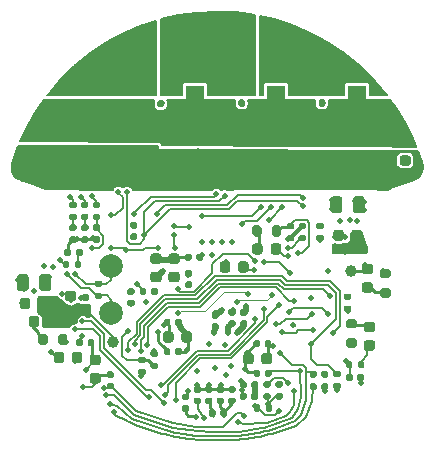
<source format=gbr>
G04 #@! TF.GenerationSoftware,KiCad,Pcbnew,(5.1.8)-1*
G04 #@! TF.CreationDate,2020-11-22T23:20:16-08:00*
G04 #@! TF.ProjectId,Thruster_Controller_V2,54687275-7374-4657-925f-436f6e74726f,rev?*
G04 #@! TF.SameCoordinates,Original*
G04 #@! TF.FileFunction,Copper,L1,Top*
G04 #@! TF.FilePolarity,Positive*
%FSLAX46Y46*%
G04 Gerber Fmt 4.6, Leading zero omitted, Abs format (unit mm)*
G04 Created by KiCad (PCBNEW (5.1.8)-1) date 2020-11-22 23:20:16*
%MOMM*%
%LPD*%
G01*
G04 APERTURE LIST*
G04 #@! TA.AperFunction,SMDPad,CuDef*
%ADD10R,1.600000X3.500000*%
G04 #@! TD*
G04 #@! TA.AperFunction,SMDPad,CuDef*
%ADD11C,4.000000*%
G04 #@! TD*
G04 #@! TA.AperFunction,SMDPad,CuDef*
%ADD12R,2.500000X1.850000*%
G04 #@! TD*
G04 #@! TA.AperFunction,SMDPad,CuDef*
%ADD13C,2.000000*%
G04 #@! TD*
G04 #@! TA.AperFunction,SMDPad,CuDef*
%ADD14C,1.000000*%
G04 #@! TD*
G04 #@! TA.AperFunction,ViaPad*
%ADD15C,0.500000*%
G04 #@! TD*
G04 #@! TA.AperFunction,Conductor*
%ADD16C,0.250000*%
G04 #@! TD*
G04 #@! TA.AperFunction,Conductor*
%ADD17C,0.500000*%
G04 #@! TD*
G04 #@! TA.AperFunction,Conductor*
%ADD18C,0.127000*%
G04 #@! TD*
G04 #@! TA.AperFunction,Conductor*
%ADD19C,0.101600*%
G04 #@! TD*
G04 #@! TA.AperFunction,Conductor*
%ADD20C,0.200000*%
G04 #@! TD*
G04 #@! TA.AperFunction,Conductor*
%ADD21C,0.100000*%
G04 #@! TD*
G04 #@! TA.AperFunction,Conductor*
%ADD22C,0.254000*%
G04 #@! TD*
G04 APERTURE END LIST*
D10*
X98150000Y-88100000D03*
X98150000Y-93500000D03*
X105000000Y-88100000D03*
X105000000Y-93500000D03*
X111850000Y-88100000D03*
X111850000Y-93500000D03*
D11*
X91950000Y-84400000D03*
X99800000Y-82600000D03*
X107800000Y-84150000D03*
D12*
X89900000Y-89175000D03*
X89825000Y-93550000D03*
D13*
X91050000Y-105600000D03*
X91050000Y-101600000D03*
D14*
X111375000Y-102050000D03*
X84775000Y-90050000D03*
X91210000Y-108070000D03*
G04 #@! TA.AperFunction,SMDPad,CuDef*
G36*
G01*
X96100000Y-100575000D02*
X96600000Y-100575000D01*
G75*
G02*
X96825000Y-100800000I0J-225000D01*
G01*
X96825000Y-101250000D01*
G75*
G02*
X96600000Y-101475000I-225000J0D01*
G01*
X96100000Y-101475000D01*
G75*
G02*
X95875000Y-101250000I0J225000D01*
G01*
X95875000Y-100800000D01*
G75*
G02*
X96100000Y-100575000I225000J0D01*
G01*
G37*
G04 #@! TD.AperFunction*
G04 #@! TA.AperFunction,SMDPad,CuDef*
G36*
G01*
X96100000Y-102125000D02*
X96600000Y-102125000D01*
G75*
G02*
X96825000Y-102350000I0J-225000D01*
G01*
X96825000Y-102800000D01*
G75*
G02*
X96600000Y-103025000I-225000J0D01*
G01*
X96100000Y-103025000D01*
G75*
G02*
X95875000Y-102800000I0J225000D01*
G01*
X95875000Y-102350000D01*
G75*
G02*
X96100000Y-102125000I225000J0D01*
G01*
G37*
G04 #@! TD.AperFunction*
G04 #@! TA.AperFunction,SMDPad,CuDef*
G36*
G01*
X97770000Y-103500000D02*
X97430000Y-103500000D01*
G75*
G02*
X97290000Y-103360000I0J140000D01*
G01*
X97290000Y-103080000D01*
G75*
G02*
X97430000Y-102940000I140000J0D01*
G01*
X97770000Y-102940000D01*
G75*
G02*
X97910000Y-103080000I0J-140000D01*
G01*
X97910000Y-103360000D01*
G75*
G02*
X97770000Y-103500000I-140000J0D01*
G01*
G37*
G04 #@! TD.AperFunction*
G04 #@! TA.AperFunction,SMDPad,CuDef*
G36*
G01*
X97770000Y-102540000D02*
X97430000Y-102540000D01*
G75*
G02*
X97290000Y-102400000I0J140000D01*
G01*
X97290000Y-102120000D01*
G75*
G02*
X97430000Y-101980000I140000J0D01*
G01*
X97770000Y-101980000D01*
G75*
G02*
X97910000Y-102120000I0J-140000D01*
G01*
X97910000Y-102400000D01*
G75*
G02*
X97770000Y-102540000I-140000J0D01*
G01*
G37*
G04 #@! TD.AperFunction*
G04 #@! TA.AperFunction,SMDPad,CuDef*
G36*
G01*
X110600000Y-95975000D02*
X110600000Y-96925000D01*
G75*
G02*
X110350000Y-97175000I-250000J0D01*
G01*
X109850000Y-97175000D01*
G75*
G02*
X109600000Y-96925000I0J250000D01*
G01*
X109600000Y-95975000D01*
G75*
G02*
X109850000Y-95725000I250000J0D01*
G01*
X110350000Y-95725000D01*
G75*
G02*
X110600000Y-95975000I0J-250000D01*
G01*
G37*
G04 #@! TD.AperFunction*
G04 #@! TA.AperFunction,SMDPad,CuDef*
G36*
G01*
X112500000Y-95975000D02*
X112500000Y-96925000D01*
G75*
G02*
X112250000Y-97175000I-250000J0D01*
G01*
X111750000Y-97175000D01*
G75*
G02*
X111500000Y-96925000I0J250000D01*
G01*
X111500000Y-95975000D01*
G75*
G02*
X111750000Y-95725000I250000J0D01*
G01*
X112250000Y-95725000D01*
G75*
G02*
X112500000Y-95975000I0J-250000D01*
G01*
G37*
G04 #@! TD.AperFunction*
G04 #@! TA.AperFunction,SMDPad,CuDef*
G36*
G01*
X112275000Y-98800000D02*
X112275000Y-99300000D01*
G75*
G02*
X112050000Y-99525000I-225000J0D01*
G01*
X111600000Y-99525000D01*
G75*
G02*
X111375000Y-99300000I0J225000D01*
G01*
X111375000Y-98800000D01*
G75*
G02*
X111600000Y-98575000I225000J0D01*
G01*
X112050000Y-98575000D01*
G75*
G02*
X112275000Y-98800000I0J-225000D01*
G01*
G37*
G04 #@! TD.AperFunction*
G04 #@! TA.AperFunction,SMDPad,CuDef*
G36*
G01*
X110725000Y-98800000D02*
X110725000Y-99300000D01*
G75*
G02*
X110500000Y-99525000I-225000J0D01*
G01*
X110050000Y-99525000D01*
G75*
G02*
X109825000Y-99300000I0J225000D01*
G01*
X109825000Y-98800000D01*
G75*
G02*
X110050000Y-98575000I225000J0D01*
G01*
X110500000Y-98575000D01*
G75*
G02*
X110725000Y-98800000I0J-225000D01*
G01*
G37*
G04 #@! TD.AperFunction*
G04 #@! TA.AperFunction,SMDPad,CuDef*
G36*
G01*
X94580000Y-102125000D02*
X95080000Y-102125000D01*
G75*
G02*
X95305000Y-102350000I0J-225000D01*
G01*
X95305000Y-102800000D01*
G75*
G02*
X95080000Y-103025000I-225000J0D01*
G01*
X94580000Y-103025000D01*
G75*
G02*
X94355000Y-102800000I0J225000D01*
G01*
X94355000Y-102350000D01*
G75*
G02*
X94580000Y-102125000I225000J0D01*
G01*
G37*
G04 #@! TD.AperFunction*
G04 #@! TA.AperFunction,SMDPad,CuDef*
G36*
G01*
X94580000Y-100575000D02*
X95080000Y-100575000D01*
G75*
G02*
X95305000Y-100800000I0J-225000D01*
G01*
X95305000Y-101250000D01*
G75*
G02*
X95080000Y-101475000I-225000J0D01*
G01*
X94580000Y-101475000D01*
G75*
G02*
X94355000Y-101250000I0J225000D01*
G01*
X94355000Y-100800000D01*
G75*
G02*
X94580000Y-100575000I225000J0D01*
G01*
G37*
G04 #@! TD.AperFunction*
G04 #@! TA.AperFunction,SMDPad,CuDef*
G36*
G01*
X103650000Y-110555000D02*
X103650000Y-110895000D01*
G75*
G02*
X103510000Y-111035000I-140000J0D01*
G01*
X103230000Y-111035000D01*
G75*
G02*
X103090000Y-110895000I0J140000D01*
G01*
X103090000Y-110555000D01*
G75*
G02*
X103230000Y-110415000I140000J0D01*
G01*
X103510000Y-110415000D01*
G75*
G02*
X103650000Y-110555000I0J-140000D01*
G01*
G37*
G04 #@! TD.AperFunction*
G04 #@! TA.AperFunction,SMDPad,CuDef*
G36*
G01*
X104610000Y-110555000D02*
X104610000Y-110895000D01*
G75*
G02*
X104470000Y-111035000I-140000J0D01*
G01*
X104190000Y-111035000D01*
G75*
G02*
X104050000Y-110895000I0J140000D01*
G01*
X104050000Y-110555000D01*
G75*
G02*
X104190000Y-110415000I140000J0D01*
G01*
X104470000Y-110415000D01*
G75*
G02*
X104610000Y-110555000I0J-140000D01*
G01*
G37*
G04 #@! TD.AperFunction*
G04 #@! TA.AperFunction,SMDPad,CuDef*
G36*
G01*
X107870000Y-112040000D02*
X107870000Y-111700000D01*
G75*
G02*
X108010000Y-111560000I140000J0D01*
G01*
X108290000Y-111560000D01*
G75*
G02*
X108430000Y-111700000I0J-140000D01*
G01*
X108430000Y-112040000D01*
G75*
G02*
X108290000Y-112180000I-140000J0D01*
G01*
X108010000Y-112180000D01*
G75*
G02*
X107870000Y-112040000I0J140000D01*
G01*
G37*
G04 #@! TD.AperFunction*
G04 #@! TA.AperFunction,SMDPad,CuDef*
G36*
G01*
X108830000Y-112040000D02*
X108830000Y-111700000D01*
G75*
G02*
X108970000Y-111560000I140000J0D01*
G01*
X109250000Y-111560000D01*
G75*
G02*
X109390000Y-111700000I0J-140000D01*
G01*
X109390000Y-112040000D01*
G75*
G02*
X109250000Y-112180000I-140000J0D01*
G01*
X108970000Y-112180000D01*
G75*
G02*
X108830000Y-112040000I0J140000D01*
G01*
G37*
G04 #@! TD.AperFunction*
G04 #@! TA.AperFunction,SMDPad,CuDef*
G36*
G01*
X91140000Y-112090000D02*
X90800000Y-112090000D01*
G75*
G02*
X90660000Y-111950000I0J140000D01*
G01*
X90660000Y-111670000D01*
G75*
G02*
X90800000Y-111530000I140000J0D01*
G01*
X91140000Y-111530000D01*
G75*
G02*
X91280000Y-111670000I0J-140000D01*
G01*
X91280000Y-111950000D01*
G75*
G02*
X91140000Y-112090000I-140000J0D01*
G01*
G37*
G04 #@! TD.AperFunction*
G04 #@! TA.AperFunction,SMDPad,CuDef*
G36*
G01*
X91140000Y-111130000D02*
X90800000Y-111130000D01*
G75*
G02*
X90660000Y-110990000I0J140000D01*
G01*
X90660000Y-110710000D01*
G75*
G02*
X90800000Y-110570000I140000J0D01*
G01*
X91140000Y-110570000D01*
G75*
G02*
X91280000Y-110710000I0J-140000D01*
G01*
X91280000Y-110990000D01*
G75*
G02*
X91140000Y-111130000I-140000J0D01*
G01*
G37*
G04 #@! TD.AperFunction*
G04 #@! TA.AperFunction,SMDPad,CuDef*
G36*
G01*
X98250000Y-101070000D02*
X98250000Y-100730000D01*
G75*
G02*
X98390000Y-100590000I140000J0D01*
G01*
X98670000Y-100590000D01*
G75*
G02*
X98810000Y-100730000I0J-140000D01*
G01*
X98810000Y-101070000D01*
G75*
G02*
X98670000Y-101210000I-140000J0D01*
G01*
X98390000Y-101210000D01*
G75*
G02*
X98250000Y-101070000I0J140000D01*
G01*
G37*
G04 #@! TD.AperFunction*
G04 #@! TA.AperFunction,SMDPad,CuDef*
G36*
G01*
X97290000Y-101070000D02*
X97290000Y-100730000D01*
G75*
G02*
X97430000Y-100590000I140000J0D01*
G01*
X97710000Y-100590000D01*
G75*
G02*
X97850000Y-100730000I0J-140000D01*
G01*
X97850000Y-101070000D01*
G75*
G02*
X97710000Y-101210000I-140000J0D01*
G01*
X97430000Y-101210000D01*
G75*
G02*
X97290000Y-101070000I0J140000D01*
G01*
G37*
G04 #@! TD.AperFunction*
G04 #@! TA.AperFunction,SMDPad,CuDef*
G36*
G01*
X107640000Y-88020000D02*
X107640000Y-87680000D01*
G75*
G02*
X107780000Y-87540000I140000J0D01*
G01*
X108060000Y-87540000D01*
G75*
G02*
X108200000Y-87680000I0J-140000D01*
G01*
X108200000Y-88020000D01*
G75*
G02*
X108060000Y-88160000I-140000J0D01*
G01*
X107780000Y-88160000D01*
G75*
G02*
X107640000Y-88020000I0J140000D01*
G01*
G37*
G04 #@! TD.AperFunction*
G04 #@! TA.AperFunction,SMDPad,CuDef*
G36*
G01*
X108600000Y-88020000D02*
X108600000Y-87680000D01*
G75*
G02*
X108740000Y-87540000I140000J0D01*
G01*
X109020000Y-87540000D01*
G75*
G02*
X109160000Y-87680000I0J-140000D01*
G01*
X109160000Y-88020000D01*
G75*
G02*
X109020000Y-88160000I-140000J0D01*
G01*
X108740000Y-88160000D01*
G75*
G02*
X108600000Y-88020000I0J140000D01*
G01*
G37*
G04 #@! TD.AperFunction*
G04 #@! TA.AperFunction,SMDPad,CuDef*
G36*
G01*
X101800000Y-88020000D02*
X101800000Y-87680000D01*
G75*
G02*
X101940000Y-87540000I140000J0D01*
G01*
X102220000Y-87540000D01*
G75*
G02*
X102360000Y-87680000I0J-140000D01*
G01*
X102360000Y-88020000D01*
G75*
G02*
X102220000Y-88160000I-140000J0D01*
G01*
X101940000Y-88160000D01*
G75*
G02*
X101800000Y-88020000I0J140000D01*
G01*
G37*
G04 #@! TD.AperFunction*
G04 #@! TA.AperFunction,SMDPad,CuDef*
G36*
G01*
X100840000Y-88020000D02*
X100840000Y-87680000D01*
G75*
G02*
X100980000Y-87540000I140000J0D01*
G01*
X101260000Y-87540000D01*
G75*
G02*
X101400000Y-87680000I0J-140000D01*
G01*
X101400000Y-88020000D01*
G75*
G02*
X101260000Y-88160000I-140000J0D01*
G01*
X100980000Y-88160000D01*
G75*
G02*
X100840000Y-88020000I0J140000D01*
G01*
G37*
G04 #@! TD.AperFunction*
G04 #@! TA.AperFunction,SMDPad,CuDef*
G36*
G01*
X94950000Y-88070000D02*
X94950000Y-87730000D01*
G75*
G02*
X95090000Y-87590000I140000J0D01*
G01*
X95370000Y-87590000D01*
G75*
G02*
X95510000Y-87730000I0J-140000D01*
G01*
X95510000Y-88070000D01*
G75*
G02*
X95370000Y-88210000I-140000J0D01*
G01*
X95090000Y-88210000D01*
G75*
G02*
X94950000Y-88070000I0J140000D01*
G01*
G37*
G04 #@! TD.AperFunction*
G04 #@! TA.AperFunction,SMDPad,CuDef*
G36*
G01*
X93990000Y-88070000D02*
X93990000Y-87730000D01*
G75*
G02*
X94130000Y-87590000I140000J0D01*
G01*
X94410000Y-87590000D01*
G75*
G02*
X94550000Y-87730000I0J-140000D01*
G01*
X94550000Y-88070000D01*
G75*
G02*
X94410000Y-88210000I-140000J0D01*
G01*
X94130000Y-88210000D01*
G75*
G02*
X93990000Y-88070000I0J140000D01*
G01*
G37*
G04 #@! TD.AperFunction*
G04 #@! TA.AperFunction,SMDPad,CuDef*
G36*
G01*
X96975000Y-107900000D02*
X96975000Y-107400000D01*
G75*
G02*
X97200000Y-107175000I225000J0D01*
G01*
X97650000Y-107175000D01*
G75*
G02*
X97875000Y-107400000I0J-225000D01*
G01*
X97875000Y-107900000D01*
G75*
G02*
X97650000Y-108125000I-225000J0D01*
G01*
X97200000Y-108125000D01*
G75*
G02*
X96975000Y-107900000I0J225000D01*
G01*
G37*
G04 #@! TD.AperFunction*
G04 #@! TA.AperFunction,SMDPad,CuDef*
G36*
G01*
X95425000Y-107900000D02*
X95425000Y-107400000D01*
G75*
G02*
X95650000Y-107175000I225000J0D01*
G01*
X96100000Y-107175000D01*
G75*
G02*
X96325000Y-107400000I0J-225000D01*
G01*
X96325000Y-107900000D01*
G75*
G02*
X96100000Y-108125000I-225000J0D01*
G01*
X95650000Y-108125000D01*
G75*
G02*
X95425000Y-107900000I0J225000D01*
G01*
G37*
G04 #@! TD.AperFunction*
G04 #@! TA.AperFunction,SMDPad,CuDef*
G36*
G01*
X107870000Y-110980000D02*
X107870000Y-110640000D01*
G75*
G02*
X108010000Y-110500000I140000J0D01*
G01*
X108290000Y-110500000D01*
G75*
G02*
X108430000Y-110640000I0J-140000D01*
G01*
X108430000Y-110980000D01*
G75*
G02*
X108290000Y-111120000I-140000J0D01*
G01*
X108010000Y-111120000D01*
G75*
G02*
X107870000Y-110980000I0J140000D01*
G01*
G37*
G04 #@! TD.AperFunction*
G04 #@! TA.AperFunction,SMDPad,CuDef*
G36*
G01*
X108830000Y-110980000D02*
X108830000Y-110640000D01*
G75*
G02*
X108970000Y-110500000I140000J0D01*
G01*
X109250000Y-110500000D01*
G75*
G02*
X109390000Y-110640000I0J-140000D01*
G01*
X109390000Y-110980000D01*
G75*
G02*
X109250000Y-111120000I-140000J0D01*
G01*
X108970000Y-111120000D01*
G75*
G02*
X108830000Y-110980000I0J140000D01*
G01*
G37*
G04 #@! TD.AperFunction*
G04 #@! TA.AperFunction,SMDPad,CuDef*
G36*
G01*
X104650000Y-109225000D02*
X104650000Y-109725000D01*
G75*
G02*
X104425000Y-109950000I-225000J0D01*
G01*
X103975000Y-109950000D01*
G75*
G02*
X103750000Y-109725000I0J225000D01*
G01*
X103750000Y-109225000D01*
G75*
G02*
X103975000Y-109000000I225000J0D01*
G01*
X104425000Y-109000000D01*
G75*
G02*
X104650000Y-109225000I0J-225000D01*
G01*
G37*
G04 #@! TD.AperFunction*
G04 #@! TA.AperFunction,SMDPad,CuDef*
G36*
G01*
X103100000Y-109225000D02*
X103100000Y-109725000D01*
G75*
G02*
X102875000Y-109950000I-225000J0D01*
G01*
X102425000Y-109950000D01*
G75*
G02*
X102200000Y-109725000I0J225000D01*
G01*
X102200000Y-109225000D01*
G75*
G02*
X102425000Y-109000000I225000J0D01*
G01*
X102875000Y-109000000D01*
G75*
G02*
X103100000Y-109225000I0J-225000D01*
G01*
G37*
G04 #@! TD.AperFunction*
G04 #@! TA.AperFunction,SMDPad,CuDef*
G36*
G01*
X99470000Y-113335000D02*
X99130000Y-113335000D01*
G75*
G02*
X98990000Y-113195000I0J140000D01*
G01*
X98990000Y-112915000D01*
G75*
G02*
X99130000Y-112775000I140000J0D01*
G01*
X99470000Y-112775000D01*
G75*
G02*
X99610000Y-112915000I0J-140000D01*
G01*
X99610000Y-113195000D01*
G75*
G02*
X99470000Y-113335000I-140000J0D01*
G01*
G37*
G04 #@! TD.AperFunction*
G04 #@! TA.AperFunction,SMDPad,CuDef*
G36*
G01*
X99470000Y-112375000D02*
X99130000Y-112375000D01*
G75*
G02*
X98990000Y-112235000I0J140000D01*
G01*
X98990000Y-111955000D01*
G75*
G02*
X99130000Y-111815000I140000J0D01*
G01*
X99470000Y-111815000D01*
G75*
G02*
X99610000Y-111955000I0J-140000D01*
G01*
X99610000Y-112235000D01*
G75*
G02*
X99470000Y-112375000I-140000J0D01*
G01*
G37*
G04 #@! TD.AperFunction*
G04 #@! TA.AperFunction,SMDPad,CuDef*
G36*
G01*
X101125000Y-101475000D02*
X101125000Y-101975000D01*
G75*
G02*
X100900000Y-102200000I-225000J0D01*
G01*
X100450000Y-102200000D01*
G75*
G02*
X100225000Y-101975000I0J225000D01*
G01*
X100225000Y-101475000D01*
G75*
G02*
X100450000Y-101250000I225000J0D01*
G01*
X100900000Y-101250000D01*
G75*
G02*
X101125000Y-101475000I0J-225000D01*
G01*
G37*
G04 #@! TD.AperFunction*
G04 #@! TA.AperFunction,SMDPad,CuDef*
G36*
G01*
X102675000Y-101475000D02*
X102675000Y-101975000D01*
G75*
G02*
X102450000Y-102200000I-225000J0D01*
G01*
X102000000Y-102200000D01*
G75*
G02*
X101775000Y-101975000I0J225000D01*
G01*
X101775000Y-101475000D01*
G75*
G02*
X102000000Y-101250000I225000J0D01*
G01*
X102450000Y-101250000D01*
G75*
G02*
X102675000Y-101475000I0J-225000D01*
G01*
G37*
G04 #@! TD.AperFunction*
G04 #@! TA.AperFunction,SMDPad,CuDef*
G36*
G01*
X86155000Y-109630000D02*
X86155000Y-109130000D01*
G75*
G02*
X86380000Y-108905000I225000J0D01*
G01*
X86830000Y-108905000D01*
G75*
G02*
X87055000Y-109130000I0J-225000D01*
G01*
X87055000Y-109630000D01*
G75*
G02*
X86830000Y-109855000I-225000J0D01*
G01*
X86380000Y-109855000D01*
G75*
G02*
X86155000Y-109630000I0J225000D01*
G01*
G37*
G04 #@! TD.AperFunction*
G04 #@! TA.AperFunction,SMDPad,CuDef*
G36*
G01*
X87705000Y-109630000D02*
X87705000Y-109130000D01*
G75*
G02*
X87930000Y-108905000I225000J0D01*
G01*
X88380000Y-108905000D01*
G75*
G02*
X88605000Y-109130000I0J-225000D01*
G01*
X88605000Y-109630000D01*
G75*
G02*
X88380000Y-109855000I-225000J0D01*
G01*
X87930000Y-109855000D01*
G75*
G02*
X87705000Y-109630000I0J225000D01*
G01*
G37*
G04 #@! TD.AperFunction*
G04 #@! TA.AperFunction,SMDPad,CuDef*
G36*
G01*
X100445000Y-113335000D02*
X100105000Y-113335000D01*
G75*
G02*
X99965000Y-113195000I0J140000D01*
G01*
X99965000Y-112915000D01*
G75*
G02*
X100105000Y-112775000I140000J0D01*
G01*
X100445000Y-112775000D01*
G75*
G02*
X100585000Y-112915000I0J-140000D01*
G01*
X100585000Y-113195000D01*
G75*
G02*
X100445000Y-113335000I-140000J0D01*
G01*
G37*
G04 #@! TD.AperFunction*
G04 #@! TA.AperFunction,SMDPad,CuDef*
G36*
G01*
X100445000Y-112375000D02*
X100105000Y-112375000D01*
G75*
G02*
X99965000Y-112235000I0J140000D01*
G01*
X99965000Y-111955000D01*
G75*
G02*
X100105000Y-111815000I140000J0D01*
G01*
X100445000Y-111815000D01*
G75*
G02*
X100585000Y-111955000I0J-140000D01*
G01*
X100585000Y-112235000D01*
G75*
G02*
X100445000Y-112375000I-140000J0D01*
G01*
G37*
G04 #@! TD.AperFunction*
G04 #@! TA.AperFunction,SMDPad,CuDef*
G36*
G01*
X89020000Y-104600000D02*
X88680000Y-104600000D01*
G75*
G02*
X88540000Y-104460000I0J140000D01*
G01*
X88540000Y-104180000D01*
G75*
G02*
X88680000Y-104040000I140000J0D01*
G01*
X89020000Y-104040000D01*
G75*
G02*
X89160000Y-104180000I0J-140000D01*
G01*
X89160000Y-104460000D01*
G75*
G02*
X89020000Y-104600000I-140000J0D01*
G01*
G37*
G04 #@! TD.AperFunction*
G04 #@! TA.AperFunction,SMDPad,CuDef*
G36*
G01*
X89020000Y-105560000D02*
X88680000Y-105560000D01*
G75*
G02*
X88540000Y-105420000I0J140000D01*
G01*
X88540000Y-105140000D01*
G75*
G02*
X88680000Y-105000000I140000J0D01*
G01*
X89020000Y-105000000D01*
G75*
G02*
X89160000Y-105140000I0J-140000D01*
G01*
X89160000Y-105420000D01*
G75*
G02*
X89020000Y-105560000I-140000J0D01*
G01*
G37*
G04 #@! TD.AperFunction*
G04 #@! TA.AperFunction,SMDPad,CuDef*
G36*
G01*
X92780000Y-97915000D02*
X93120000Y-97915000D01*
G75*
G02*
X93260000Y-98055000I0J-140000D01*
G01*
X93260000Y-98335000D01*
G75*
G02*
X93120000Y-98475000I-140000J0D01*
G01*
X92780000Y-98475000D01*
G75*
G02*
X92640000Y-98335000I0J140000D01*
G01*
X92640000Y-98055000D01*
G75*
G02*
X92780000Y-97915000I140000J0D01*
G01*
G37*
G04 #@! TD.AperFunction*
G04 #@! TA.AperFunction,SMDPad,CuDef*
G36*
G01*
X92780000Y-98875000D02*
X93120000Y-98875000D01*
G75*
G02*
X93260000Y-99015000I0J-140000D01*
G01*
X93260000Y-99295000D01*
G75*
G02*
X93120000Y-99435000I-140000J0D01*
G01*
X92780000Y-99435000D01*
G75*
G02*
X92640000Y-99295000I0J140000D01*
G01*
X92640000Y-99015000D01*
G75*
G02*
X92780000Y-98875000I140000J0D01*
G01*
G37*
G04 #@! TD.AperFunction*
G04 #@! TA.AperFunction,SMDPad,CuDef*
G36*
G01*
X89430000Y-110695000D02*
X89930000Y-110695000D01*
G75*
G02*
X90155000Y-110920000I0J-225000D01*
G01*
X90155000Y-111370000D01*
G75*
G02*
X89930000Y-111595000I-225000J0D01*
G01*
X89430000Y-111595000D01*
G75*
G02*
X89205000Y-111370000I0J225000D01*
G01*
X89205000Y-110920000D01*
G75*
G02*
X89430000Y-110695000I225000J0D01*
G01*
G37*
G04 #@! TD.AperFunction*
G04 #@! TA.AperFunction,SMDPad,CuDef*
G36*
G01*
X89430000Y-109145000D02*
X89930000Y-109145000D01*
G75*
G02*
X90155000Y-109370000I0J-225000D01*
G01*
X90155000Y-109820000D01*
G75*
G02*
X89930000Y-110045000I-225000J0D01*
G01*
X89430000Y-110045000D01*
G75*
G02*
X89205000Y-109820000I0J225000D01*
G01*
X89205000Y-109370000D01*
G75*
G02*
X89430000Y-109145000I225000J0D01*
G01*
G37*
G04 #@! TD.AperFunction*
G04 #@! TA.AperFunction,SMDPad,CuDef*
G36*
G01*
X87830000Y-104635000D02*
X87330000Y-104635000D01*
G75*
G02*
X87105000Y-104410000I0J225000D01*
G01*
X87105000Y-103960000D01*
G75*
G02*
X87330000Y-103735000I225000J0D01*
G01*
X87830000Y-103735000D01*
G75*
G02*
X88055000Y-103960000I0J-225000D01*
G01*
X88055000Y-104410000D01*
G75*
G02*
X87830000Y-104635000I-225000J0D01*
G01*
G37*
G04 #@! TD.AperFunction*
G04 #@! TA.AperFunction,SMDPad,CuDef*
G36*
G01*
X87830000Y-106185000D02*
X87330000Y-106185000D01*
G75*
G02*
X87105000Y-105960000I0J225000D01*
G01*
X87105000Y-105510000D01*
G75*
G02*
X87330000Y-105285000I225000J0D01*
G01*
X87830000Y-105285000D01*
G75*
G02*
X88055000Y-105510000I0J-225000D01*
G01*
X88055000Y-105960000D01*
G75*
G02*
X87830000Y-106185000I-225000J0D01*
G01*
G37*
G04 #@! TD.AperFunction*
G04 #@! TA.AperFunction,SMDPad,CuDef*
G36*
G01*
X101420000Y-112375000D02*
X101080000Y-112375000D01*
G75*
G02*
X100940000Y-112235000I0J140000D01*
G01*
X100940000Y-111955000D01*
G75*
G02*
X101080000Y-111815000I140000J0D01*
G01*
X101420000Y-111815000D01*
G75*
G02*
X101560000Y-111955000I0J-140000D01*
G01*
X101560000Y-112235000D01*
G75*
G02*
X101420000Y-112375000I-140000J0D01*
G01*
G37*
G04 #@! TD.AperFunction*
G04 #@! TA.AperFunction,SMDPad,CuDef*
G36*
G01*
X101420000Y-113335000D02*
X101080000Y-113335000D01*
G75*
G02*
X100940000Y-113195000I0J140000D01*
G01*
X100940000Y-112915000D01*
G75*
G02*
X101080000Y-112775000I140000J0D01*
G01*
X101420000Y-112775000D01*
G75*
G02*
X101560000Y-112915000I0J-140000D01*
G01*
X101560000Y-113195000D01*
G75*
G02*
X101420000Y-113335000I-140000J0D01*
G01*
G37*
G04 #@! TD.AperFunction*
G04 #@! TA.AperFunction,SMDPad,CuDef*
G36*
G01*
X103460000Y-111530000D02*
X103460000Y-111870000D01*
G75*
G02*
X103320000Y-112010000I-140000J0D01*
G01*
X103040000Y-112010000D01*
G75*
G02*
X102900000Y-111870000I0J140000D01*
G01*
X102900000Y-111530000D01*
G75*
G02*
X103040000Y-111390000I140000J0D01*
G01*
X103320000Y-111390000D01*
G75*
G02*
X103460000Y-111530000I0J-140000D01*
G01*
G37*
G04 #@! TD.AperFunction*
G04 #@! TA.AperFunction,SMDPad,CuDef*
G36*
G01*
X102500000Y-111530000D02*
X102500000Y-111870000D01*
G75*
G02*
X102360000Y-112010000I-140000J0D01*
G01*
X102080000Y-112010000D01*
G75*
G02*
X101940000Y-111870000I0J140000D01*
G01*
X101940000Y-111530000D01*
G75*
G02*
X102080000Y-111390000I140000J0D01*
G01*
X102360000Y-111390000D01*
G75*
G02*
X102500000Y-111530000I0J-140000D01*
G01*
G37*
G04 #@! TD.AperFunction*
G04 #@! TA.AperFunction,SMDPad,CuDef*
G36*
G01*
X98495000Y-113335000D02*
X98155000Y-113335000D01*
G75*
G02*
X98015000Y-113195000I0J140000D01*
G01*
X98015000Y-112915000D01*
G75*
G02*
X98155000Y-112775000I140000J0D01*
G01*
X98495000Y-112775000D01*
G75*
G02*
X98635000Y-112915000I0J-140000D01*
G01*
X98635000Y-113195000D01*
G75*
G02*
X98495000Y-113335000I-140000J0D01*
G01*
G37*
G04 #@! TD.AperFunction*
G04 #@! TA.AperFunction,SMDPad,CuDef*
G36*
G01*
X98495000Y-112375000D02*
X98155000Y-112375000D01*
G75*
G02*
X98015000Y-112235000I0J140000D01*
G01*
X98015000Y-111955000D01*
G75*
G02*
X98155000Y-111815000I140000J0D01*
G01*
X98495000Y-111815000D01*
G75*
G02*
X98635000Y-111955000I0J-140000D01*
G01*
X98635000Y-112235000D01*
G75*
G02*
X98495000Y-112375000I-140000J0D01*
G01*
G37*
G04 #@! TD.AperFunction*
G04 #@! TA.AperFunction,SMDPad,CuDef*
G36*
G01*
X103460000Y-112505000D02*
X103460000Y-112845000D01*
G75*
G02*
X103320000Y-112985000I-140000J0D01*
G01*
X103040000Y-112985000D01*
G75*
G02*
X102900000Y-112845000I0J140000D01*
G01*
X102900000Y-112505000D01*
G75*
G02*
X103040000Y-112365000I140000J0D01*
G01*
X103320000Y-112365000D01*
G75*
G02*
X103460000Y-112505000I0J-140000D01*
G01*
G37*
G04 #@! TD.AperFunction*
G04 #@! TA.AperFunction,SMDPad,CuDef*
G36*
G01*
X102500000Y-112505000D02*
X102500000Y-112845000D01*
G75*
G02*
X102360000Y-112985000I-140000J0D01*
G01*
X102080000Y-112985000D01*
G75*
G02*
X101940000Y-112845000I0J140000D01*
G01*
X101940000Y-112505000D01*
G75*
G02*
X102080000Y-112365000I140000J0D01*
G01*
X102360000Y-112365000D01*
G75*
G02*
X102500000Y-112505000I0J-140000D01*
G01*
G37*
G04 #@! TD.AperFunction*
G04 #@! TA.AperFunction,SMDPad,CuDef*
G36*
G01*
X103625000Y-108055000D02*
X103625000Y-108395000D01*
G75*
G02*
X103485000Y-108535000I-140000J0D01*
G01*
X103205000Y-108535000D01*
G75*
G02*
X103065000Y-108395000I0J140000D01*
G01*
X103065000Y-108055000D01*
G75*
G02*
X103205000Y-107915000I140000J0D01*
G01*
X103485000Y-107915000D01*
G75*
G02*
X103625000Y-108055000I0J-140000D01*
G01*
G37*
G04 #@! TD.AperFunction*
G04 #@! TA.AperFunction,SMDPad,CuDef*
G36*
G01*
X104585000Y-108055000D02*
X104585000Y-108395000D01*
G75*
G02*
X104445000Y-108535000I-140000J0D01*
G01*
X104165000Y-108535000D01*
G75*
G02*
X104025000Y-108395000I0J140000D01*
G01*
X104025000Y-108055000D01*
G75*
G02*
X104165000Y-107915000I140000J0D01*
G01*
X104445000Y-107915000D01*
G75*
G02*
X104585000Y-108055000I0J-140000D01*
G01*
G37*
G04 #@! TD.AperFunction*
G04 #@! TA.AperFunction,SMDPad,CuDef*
G36*
G01*
X97495000Y-113985000D02*
X97155000Y-113985000D01*
G75*
G02*
X97015000Y-113845000I0J140000D01*
G01*
X97015000Y-113565000D01*
G75*
G02*
X97155000Y-113425000I140000J0D01*
G01*
X97495000Y-113425000D01*
G75*
G02*
X97635000Y-113565000I0J-140000D01*
G01*
X97635000Y-113845000D01*
G75*
G02*
X97495000Y-113985000I-140000J0D01*
G01*
G37*
G04 #@! TD.AperFunction*
G04 #@! TA.AperFunction,SMDPad,CuDef*
G36*
G01*
X97495000Y-113025000D02*
X97155000Y-113025000D01*
G75*
G02*
X97015000Y-112885000I0J140000D01*
G01*
X97015000Y-112605000D01*
G75*
G02*
X97155000Y-112465000I140000J0D01*
G01*
X97495000Y-112465000D01*
G75*
G02*
X97635000Y-112605000I0J-140000D01*
G01*
X97635000Y-112885000D01*
G75*
G02*
X97495000Y-113025000I-140000J0D01*
G01*
G37*
G04 #@! TD.AperFunction*
G04 #@! TA.AperFunction,SMDPad,CuDef*
G36*
G01*
X110920000Y-111260000D02*
X110920000Y-110920000D01*
G75*
G02*
X111060000Y-110780000I140000J0D01*
G01*
X111340000Y-110780000D01*
G75*
G02*
X111480000Y-110920000I0J-140000D01*
G01*
X111480000Y-111260000D01*
G75*
G02*
X111340000Y-111400000I-140000J0D01*
G01*
X111060000Y-111400000D01*
G75*
G02*
X110920000Y-111260000I0J140000D01*
G01*
G37*
G04 #@! TD.AperFunction*
G04 #@! TA.AperFunction,SMDPad,CuDef*
G36*
G01*
X111880000Y-111260000D02*
X111880000Y-110920000D01*
G75*
G02*
X112020000Y-110780000I140000J0D01*
G01*
X112300000Y-110780000D01*
G75*
G02*
X112440000Y-110920000I0J-140000D01*
G01*
X112440000Y-111260000D01*
G75*
G02*
X112300000Y-111400000I-140000J0D01*
G01*
X112020000Y-111400000D01*
G75*
G02*
X111880000Y-111260000I0J140000D01*
G01*
G37*
G04 #@! TD.AperFunction*
G04 #@! TA.AperFunction,SMDPad,CuDef*
G36*
G01*
X94010000Y-103630000D02*
X94010000Y-103970000D01*
G75*
G02*
X93870000Y-104110000I-140000J0D01*
G01*
X93590000Y-104110000D01*
G75*
G02*
X93450000Y-103970000I0J140000D01*
G01*
X93450000Y-103630000D01*
G75*
G02*
X93590000Y-103490000I140000J0D01*
G01*
X93870000Y-103490000D01*
G75*
G02*
X94010000Y-103630000I0J-140000D01*
G01*
G37*
G04 #@! TD.AperFunction*
G04 #@! TA.AperFunction,SMDPad,CuDef*
G36*
G01*
X94970000Y-103630000D02*
X94970000Y-103970000D01*
G75*
G02*
X94830000Y-104110000I-140000J0D01*
G01*
X94550000Y-104110000D01*
G75*
G02*
X94410000Y-103970000I0J140000D01*
G01*
X94410000Y-103630000D01*
G75*
G02*
X94550000Y-103490000I140000J0D01*
G01*
X94830000Y-103490000D01*
G75*
G02*
X94970000Y-103630000I0J-140000D01*
G01*
G37*
G04 #@! TD.AperFunction*
G04 #@! TA.AperFunction,SMDPad,CuDef*
G36*
G01*
X92870000Y-105060000D02*
X92530000Y-105060000D01*
G75*
G02*
X92390000Y-104920000I0J140000D01*
G01*
X92390000Y-104640000D01*
G75*
G02*
X92530000Y-104500000I140000J0D01*
G01*
X92870000Y-104500000D01*
G75*
G02*
X93010000Y-104640000I0J-140000D01*
G01*
X93010000Y-104920000D01*
G75*
G02*
X92870000Y-105060000I-140000J0D01*
G01*
G37*
G04 #@! TD.AperFunction*
G04 #@! TA.AperFunction,SMDPad,CuDef*
G36*
G01*
X92870000Y-104100000D02*
X92530000Y-104100000D01*
G75*
G02*
X92390000Y-103960000I0J140000D01*
G01*
X92390000Y-103680000D01*
G75*
G02*
X92530000Y-103540000I140000J0D01*
G01*
X92870000Y-103540000D01*
G75*
G02*
X93010000Y-103680000I0J-140000D01*
G01*
X93010000Y-103960000D01*
G75*
G02*
X92870000Y-104100000I-140000J0D01*
G01*
G37*
G04 #@! TD.AperFunction*
G04 #@! TA.AperFunction,SMDPad,CuDef*
G36*
G01*
X101080000Y-106250000D02*
X101420000Y-106250000D01*
G75*
G02*
X101560000Y-106390000I0J-140000D01*
G01*
X101560000Y-106670000D01*
G75*
G02*
X101420000Y-106810000I-140000J0D01*
G01*
X101080000Y-106810000D01*
G75*
G02*
X100940000Y-106670000I0J140000D01*
G01*
X100940000Y-106390000D01*
G75*
G02*
X101080000Y-106250000I140000J0D01*
G01*
G37*
G04 #@! TD.AperFunction*
G04 #@! TA.AperFunction,SMDPad,CuDef*
G36*
G01*
X101080000Y-105290000D02*
X101420000Y-105290000D01*
G75*
G02*
X101560000Y-105430000I0J-140000D01*
G01*
X101560000Y-105710000D01*
G75*
G02*
X101420000Y-105850000I-140000J0D01*
G01*
X101080000Y-105850000D01*
G75*
G02*
X100940000Y-105710000I0J140000D01*
G01*
X100940000Y-105430000D01*
G75*
G02*
X101080000Y-105290000I140000J0D01*
G01*
G37*
G04 #@! TD.AperFunction*
G04 #@! TA.AperFunction,SMDPad,CuDef*
G36*
G01*
X96450000Y-109070000D02*
X96450000Y-108730000D01*
G75*
G02*
X96590000Y-108590000I140000J0D01*
G01*
X96870000Y-108590000D01*
G75*
G02*
X97010000Y-108730000I0J-140000D01*
G01*
X97010000Y-109070000D01*
G75*
G02*
X96870000Y-109210000I-140000J0D01*
G01*
X96590000Y-109210000D01*
G75*
G02*
X96450000Y-109070000I0J140000D01*
G01*
G37*
G04 #@! TD.AperFunction*
G04 #@! TA.AperFunction,SMDPad,CuDef*
G36*
G01*
X95490000Y-109070000D02*
X95490000Y-108730000D01*
G75*
G02*
X95630000Y-108590000I140000J0D01*
G01*
X95910000Y-108590000D01*
G75*
G02*
X96050000Y-108730000I0J-140000D01*
G01*
X96050000Y-109070000D01*
G75*
G02*
X95910000Y-109210000I-140000J0D01*
G01*
X95630000Y-109210000D01*
G75*
G02*
X95490000Y-109070000I0J140000D01*
G01*
G37*
G04 #@! TD.AperFunction*
G04 #@! TA.AperFunction,SMDPad,CuDef*
G36*
G01*
X102080000Y-106250000D02*
X102420000Y-106250000D01*
G75*
G02*
X102560000Y-106390000I0J-140000D01*
G01*
X102560000Y-106670000D01*
G75*
G02*
X102420000Y-106810000I-140000J0D01*
G01*
X102080000Y-106810000D01*
G75*
G02*
X101940000Y-106670000I0J140000D01*
G01*
X101940000Y-106390000D01*
G75*
G02*
X102080000Y-106250000I140000J0D01*
G01*
G37*
G04 #@! TD.AperFunction*
G04 #@! TA.AperFunction,SMDPad,CuDef*
G36*
G01*
X102080000Y-105290000D02*
X102420000Y-105290000D01*
G75*
G02*
X102560000Y-105430000I0J-140000D01*
G01*
X102560000Y-105710000D01*
G75*
G02*
X102420000Y-105850000I-140000J0D01*
G01*
X102080000Y-105850000D01*
G75*
G02*
X101940000Y-105710000I0J140000D01*
G01*
X101940000Y-105430000D01*
G75*
G02*
X102080000Y-105290000I140000J0D01*
G01*
G37*
G04 #@! TD.AperFunction*
G04 #@! TA.AperFunction,SMDPad,CuDef*
G36*
G01*
X95490000Y-106570000D02*
X95490000Y-106230000D01*
G75*
G02*
X95630000Y-106090000I140000J0D01*
G01*
X95910000Y-106090000D01*
G75*
G02*
X96050000Y-106230000I0J-140000D01*
G01*
X96050000Y-106570000D01*
G75*
G02*
X95910000Y-106710000I-140000J0D01*
G01*
X95630000Y-106710000D01*
G75*
G02*
X95490000Y-106570000I0J140000D01*
G01*
G37*
G04 #@! TD.AperFunction*
G04 #@! TA.AperFunction,SMDPad,CuDef*
G36*
G01*
X96450000Y-106570000D02*
X96450000Y-106230000D01*
G75*
G02*
X96590000Y-106090000I140000J0D01*
G01*
X96870000Y-106090000D01*
G75*
G02*
X97010000Y-106230000I0J-140000D01*
G01*
X97010000Y-106570000D01*
G75*
G02*
X96870000Y-106710000I-140000J0D01*
G01*
X96590000Y-106710000D01*
G75*
G02*
X96450000Y-106570000I0J140000D01*
G01*
G37*
G04 #@! TD.AperFunction*
G04 #@! TA.AperFunction,SMDPad,CuDef*
G36*
G01*
X99680000Y-106500000D02*
X100020000Y-106500000D01*
G75*
G02*
X100160000Y-106640000I0J-140000D01*
G01*
X100160000Y-106920000D01*
G75*
G02*
X100020000Y-107060000I-140000J0D01*
G01*
X99680000Y-107060000D01*
G75*
G02*
X99540000Y-106920000I0J140000D01*
G01*
X99540000Y-106640000D01*
G75*
G02*
X99680000Y-106500000I140000J0D01*
G01*
G37*
G04 #@! TD.AperFunction*
G04 #@! TA.AperFunction,SMDPad,CuDef*
G36*
G01*
X99680000Y-105540000D02*
X100020000Y-105540000D01*
G75*
G02*
X100160000Y-105680000I0J-140000D01*
G01*
X100160000Y-105960000D01*
G75*
G02*
X100020000Y-106100000I-140000J0D01*
G01*
X99680000Y-106100000D01*
G75*
G02*
X99540000Y-105960000I0J140000D01*
G01*
X99540000Y-105680000D01*
G75*
G02*
X99680000Y-105540000I140000J0D01*
G01*
G37*
G04 #@! TD.AperFunction*
G04 #@! TA.AperFunction,SMDPad,CuDef*
G36*
G01*
X85950000Y-102575000D02*
X85950000Y-103525000D01*
G75*
G02*
X85700000Y-103775000I-250000J0D01*
G01*
X85200000Y-103775000D01*
G75*
G02*
X84950000Y-103525000I0J250000D01*
G01*
X84950000Y-102575000D01*
G75*
G02*
X85200000Y-102325000I250000J0D01*
G01*
X85700000Y-102325000D01*
G75*
G02*
X85950000Y-102575000I0J-250000D01*
G01*
G37*
G04 #@! TD.AperFunction*
G04 #@! TA.AperFunction,SMDPad,CuDef*
G36*
G01*
X84050000Y-102575000D02*
X84050000Y-103525000D01*
G75*
G02*
X83800000Y-103775000I-250000J0D01*
G01*
X83300000Y-103775000D01*
G75*
G02*
X83050000Y-103525000I0J250000D01*
G01*
X83050000Y-102575000D01*
G75*
G02*
X83300000Y-102325000I250000J0D01*
G01*
X83800000Y-102325000D01*
G75*
G02*
X84050000Y-102575000I0J-250000D01*
G01*
G37*
G04 #@! TD.AperFunction*
G04 #@! TA.AperFunction,SMDPad,CuDef*
G36*
G01*
X85725000Y-104570000D02*
X85725000Y-105070000D01*
G75*
G02*
X85500000Y-105295000I-225000J0D01*
G01*
X85050000Y-105295000D01*
G75*
G02*
X84825000Y-105070000I0J225000D01*
G01*
X84825000Y-104570000D01*
G75*
G02*
X85050000Y-104345000I225000J0D01*
G01*
X85500000Y-104345000D01*
G75*
G02*
X85725000Y-104570000I0J-225000D01*
G01*
G37*
G04 #@! TD.AperFunction*
G04 #@! TA.AperFunction,SMDPad,CuDef*
G36*
G01*
X84175000Y-104570000D02*
X84175000Y-105070000D01*
G75*
G02*
X83950000Y-105295000I-225000J0D01*
G01*
X83500000Y-105295000D01*
G75*
G02*
X83275000Y-105070000I0J225000D01*
G01*
X83275000Y-104570000D01*
G75*
G02*
X83500000Y-104345000I225000J0D01*
G01*
X83950000Y-104345000D01*
G75*
G02*
X84175000Y-104570000I0J-225000D01*
G01*
G37*
G04 #@! TD.AperFunction*
G04 #@! TA.AperFunction,SMDPad,CuDef*
G36*
G01*
X116181250Y-91575000D02*
X115668750Y-91575000D01*
G75*
G02*
X115450000Y-91356250I0J218750D01*
G01*
X115450000Y-90918750D01*
G75*
G02*
X115668750Y-90700000I218750J0D01*
G01*
X116181250Y-90700000D01*
G75*
G02*
X116400000Y-90918750I0J-218750D01*
G01*
X116400000Y-91356250D01*
G75*
G02*
X116181250Y-91575000I-218750J0D01*
G01*
G37*
G04 #@! TD.AperFunction*
G04 #@! TA.AperFunction,SMDPad,CuDef*
G36*
G01*
X116181250Y-93150000D02*
X115668750Y-93150000D01*
G75*
G02*
X115450000Y-92931250I0J218750D01*
G01*
X115450000Y-92493750D01*
G75*
G02*
X115668750Y-92275000I218750J0D01*
G01*
X116181250Y-92275000D01*
G75*
G02*
X116400000Y-92493750I0J-218750D01*
G01*
X116400000Y-92931250D01*
G75*
G02*
X116181250Y-93150000I-218750J0D01*
G01*
G37*
G04 #@! TD.AperFunction*
G04 #@! TA.AperFunction,SMDPad,CuDef*
G36*
G01*
X104550000Y-100456250D02*
X104550000Y-99943750D01*
G75*
G02*
X104768750Y-99725000I218750J0D01*
G01*
X105206250Y-99725000D01*
G75*
G02*
X105425000Y-99943750I0J-218750D01*
G01*
X105425000Y-100456250D01*
G75*
G02*
X105206250Y-100675000I-218750J0D01*
G01*
X104768750Y-100675000D01*
G75*
G02*
X104550000Y-100456250I0J218750D01*
G01*
G37*
G04 #@! TD.AperFunction*
G04 #@! TA.AperFunction,SMDPad,CuDef*
G36*
G01*
X102975000Y-100456250D02*
X102975000Y-99943750D01*
G75*
G02*
X103193750Y-99725000I218750J0D01*
G01*
X103631250Y-99725000D01*
G75*
G02*
X103850000Y-99943750I0J-218750D01*
G01*
X103850000Y-100456250D01*
G75*
G02*
X103631250Y-100675000I-218750J0D01*
G01*
X103193750Y-100675000D01*
G75*
G02*
X102975000Y-100456250I0J218750D01*
G01*
G37*
G04 #@! TD.AperFunction*
G04 #@! TA.AperFunction,SMDPad,CuDef*
G36*
G01*
X112981250Y-103900000D02*
X112468750Y-103900000D01*
G75*
G02*
X112250000Y-103681250I0J218750D01*
G01*
X112250000Y-103243750D01*
G75*
G02*
X112468750Y-103025000I218750J0D01*
G01*
X112981250Y-103025000D01*
G75*
G02*
X113200000Y-103243750I0J-218750D01*
G01*
X113200000Y-103681250D01*
G75*
G02*
X112981250Y-103900000I-218750J0D01*
G01*
G37*
G04 #@! TD.AperFunction*
G04 #@! TA.AperFunction,SMDPad,CuDef*
G36*
G01*
X112981250Y-102325000D02*
X112468750Y-102325000D01*
G75*
G02*
X112250000Y-102106250I0J218750D01*
G01*
X112250000Y-101668750D01*
G75*
G02*
X112468750Y-101450000I218750J0D01*
G01*
X112981250Y-101450000D01*
G75*
G02*
X113200000Y-101668750I0J-218750D01*
G01*
X113200000Y-102106250D01*
G75*
G02*
X112981250Y-102325000I-218750J0D01*
G01*
G37*
G04 #@! TD.AperFunction*
G04 #@! TA.AperFunction,SMDPad,CuDef*
G36*
G01*
X84065000Y-106596250D02*
X84065000Y-106083750D01*
G75*
G02*
X84283750Y-105865000I218750J0D01*
G01*
X84721250Y-105865000D01*
G75*
G02*
X84940000Y-106083750I0J-218750D01*
G01*
X84940000Y-106596250D01*
G75*
G02*
X84721250Y-106815000I-218750J0D01*
G01*
X84283750Y-106815000D01*
G75*
G02*
X84065000Y-106596250I0J218750D01*
G01*
G37*
G04 #@! TD.AperFunction*
G04 #@! TA.AperFunction,SMDPad,CuDef*
G36*
G01*
X85640000Y-106596250D02*
X85640000Y-106083750D01*
G75*
G02*
X85858750Y-105865000I218750J0D01*
G01*
X86296250Y-105865000D01*
G75*
G02*
X86515000Y-106083750I0J-218750D01*
G01*
X86515000Y-106596250D01*
G75*
G02*
X86296250Y-106815000I-218750J0D01*
G01*
X85858750Y-106815000D01*
G75*
G02*
X85640000Y-106596250I0J218750D01*
G01*
G37*
G04 #@! TD.AperFunction*
G04 #@! TA.AperFunction,SMDPad,CuDef*
G36*
G01*
X112643750Y-106350000D02*
X113156250Y-106350000D01*
G75*
G02*
X113375000Y-106568750I0J-218750D01*
G01*
X113375000Y-107006250D01*
G75*
G02*
X113156250Y-107225000I-218750J0D01*
G01*
X112643750Y-107225000D01*
G75*
G02*
X112425000Y-107006250I0J218750D01*
G01*
X112425000Y-106568750D01*
G75*
G02*
X112643750Y-106350000I218750J0D01*
G01*
G37*
G04 #@! TD.AperFunction*
G04 #@! TA.AperFunction,SMDPad,CuDef*
G36*
G01*
X112643750Y-107925000D02*
X113156250Y-107925000D01*
G75*
G02*
X113375000Y-108143750I0J-218750D01*
G01*
X113375000Y-108581250D01*
G75*
G02*
X113156250Y-108800000I-218750J0D01*
G01*
X112643750Y-108800000D01*
G75*
G02*
X112425000Y-108581250I0J218750D01*
G01*
X112425000Y-108143750D01*
G75*
G02*
X112643750Y-107925000I218750J0D01*
G01*
G37*
G04 #@! TD.AperFunction*
G04 #@! TA.AperFunction,SMDPad,CuDef*
G36*
G01*
X89030000Y-108292500D02*
X89030000Y-107947500D01*
G75*
G02*
X89177500Y-107800000I147500J0D01*
G01*
X89472500Y-107800000D01*
G75*
G02*
X89620000Y-107947500I0J-147500D01*
G01*
X89620000Y-108292500D01*
G75*
G02*
X89472500Y-108440000I-147500J0D01*
G01*
X89177500Y-108440000D01*
G75*
G02*
X89030000Y-108292500I0J147500D01*
G01*
G37*
G04 #@! TD.AperFunction*
G04 #@! TA.AperFunction,SMDPad,CuDef*
G36*
G01*
X88060000Y-108292500D02*
X88060000Y-107947500D01*
G75*
G02*
X88207500Y-107800000I147500J0D01*
G01*
X88502500Y-107800000D01*
G75*
G02*
X88650000Y-107947500I0J-147500D01*
G01*
X88650000Y-108292500D01*
G75*
G02*
X88502500Y-108440000I-147500J0D01*
G01*
X88207500Y-108440000D01*
G75*
G02*
X88060000Y-108292500I0J147500D01*
G01*
G37*
G04 #@! TD.AperFunction*
G04 #@! TA.AperFunction,SMDPad,CuDef*
G36*
G01*
X99295000Y-114262500D02*
X99295000Y-113917500D01*
G75*
G02*
X99442500Y-113770000I147500J0D01*
G01*
X99737500Y-113770000D01*
G75*
G02*
X99885000Y-113917500I0J-147500D01*
G01*
X99885000Y-114262500D01*
G75*
G02*
X99737500Y-114410000I-147500J0D01*
G01*
X99442500Y-114410000D01*
G75*
G02*
X99295000Y-114262500I0J147500D01*
G01*
G37*
G04 #@! TD.AperFunction*
G04 #@! TA.AperFunction,SMDPad,CuDef*
G36*
G01*
X100265000Y-114262500D02*
X100265000Y-113917500D01*
G75*
G02*
X100412500Y-113770000I147500J0D01*
G01*
X100707500Y-113770000D01*
G75*
G02*
X100855000Y-113917500I0J-147500D01*
G01*
X100855000Y-114262500D01*
G75*
G02*
X100707500Y-114410000I-147500J0D01*
G01*
X100412500Y-114410000D01*
G75*
G02*
X100265000Y-114262500I0J147500D01*
G01*
G37*
G04 #@! TD.AperFunction*
G04 #@! TA.AperFunction,SMDPad,CuDef*
G36*
G01*
X107040000Y-97995000D02*
X107410000Y-97995000D01*
G75*
G02*
X107545000Y-98130000I0J-135000D01*
G01*
X107545000Y-98400000D01*
G75*
G02*
X107410000Y-98535000I-135000J0D01*
G01*
X107040000Y-98535000D01*
G75*
G02*
X106905000Y-98400000I0J135000D01*
G01*
X106905000Y-98130000D01*
G75*
G02*
X107040000Y-97995000I135000J0D01*
G01*
G37*
G04 #@! TD.AperFunction*
G04 #@! TA.AperFunction,SMDPad,CuDef*
G36*
G01*
X107040000Y-99015000D02*
X107410000Y-99015000D01*
G75*
G02*
X107545000Y-99150000I0J-135000D01*
G01*
X107545000Y-99420000D01*
G75*
G02*
X107410000Y-99555000I-135000J0D01*
G01*
X107040000Y-99555000D01*
G75*
G02*
X106905000Y-99420000I0J135000D01*
G01*
X106905000Y-99150000D01*
G75*
G02*
X107040000Y-99015000I135000J0D01*
G01*
G37*
G04 #@! TD.AperFunction*
G04 #@! TA.AperFunction,SMDPad,CuDef*
G36*
G01*
X104040000Y-112415000D02*
X104410000Y-112415000D01*
G75*
G02*
X104545000Y-112550000I0J-135000D01*
G01*
X104545000Y-112820000D01*
G75*
G02*
X104410000Y-112955000I-135000J0D01*
G01*
X104040000Y-112955000D01*
G75*
G02*
X103905000Y-112820000I0J135000D01*
G01*
X103905000Y-112550000D01*
G75*
G02*
X104040000Y-112415000I135000J0D01*
G01*
G37*
G04 #@! TD.AperFunction*
G04 #@! TA.AperFunction,SMDPad,CuDef*
G36*
G01*
X104040000Y-111395000D02*
X104410000Y-111395000D01*
G75*
G02*
X104545000Y-111530000I0J-135000D01*
G01*
X104545000Y-111800000D01*
G75*
G02*
X104410000Y-111935000I-135000J0D01*
G01*
X104040000Y-111935000D01*
G75*
G02*
X103905000Y-111800000I0J135000D01*
G01*
X103905000Y-111530000D01*
G75*
G02*
X104040000Y-111395000I135000J0D01*
G01*
G37*
G04 #@! TD.AperFunction*
G04 #@! TA.AperFunction,SMDPad,CuDef*
G36*
G01*
X88605000Y-96190000D02*
X88975000Y-96190000D01*
G75*
G02*
X89110000Y-96325000I0J-135000D01*
G01*
X89110000Y-96595000D01*
G75*
G02*
X88975000Y-96730000I-135000J0D01*
G01*
X88605000Y-96730000D01*
G75*
G02*
X88470000Y-96595000I0J135000D01*
G01*
X88470000Y-96325000D01*
G75*
G02*
X88605000Y-96190000I135000J0D01*
G01*
G37*
G04 #@! TD.AperFunction*
G04 #@! TA.AperFunction,SMDPad,CuDef*
G36*
G01*
X88605000Y-97210000D02*
X88975000Y-97210000D01*
G75*
G02*
X89110000Y-97345000I0J-135000D01*
G01*
X89110000Y-97615000D01*
G75*
G02*
X88975000Y-97750000I-135000J0D01*
G01*
X88605000Y-97750000D01*
G75*
G02*
X88470000Y-97615000I0J135000D01*
G01*
X88470000Y-97345000D01*
G75*
G02*
X88605000Y-97210000I135000J0D01*
G01*
G37*
G04 #@! TD.AperFunction*
G04 #@! TA.AperFunction,SMDPad,CuDef*
G36*
G01*
X87605000Y-97220000D02*
X87975000Y-97220000D01*
G75*
G02*
X88110000Y-97355000I0J-135000D01*
G01*
X88110000Y-97625000D01*
G75*
G02*
X87975000Y-97760000I-135000J0D01*
G01*
X87605000Y-97760000D01*
G75*
G02*
X87470000Y-97625000I0J135000D01*
G01*
X87470000Y-97355000D01*
G75*
G02*
X87605000Y-97220000I135000J0D01*
G01*
G37*
G04 #@! TD.AperFunction*
G04 #@! TA.AperFunction,SMDPad,CuDef*
G36*
G01*
X87605000Y-96200000D02*
X87975000Y-96200000D01*
G75*
G02*
X88110000Y-96335000I0J-135000D01*
G01*
X88110000Y-96605000D01*
G75*
G02*
X87975000Y-96740000I-135000J0D01*
G01*
X87605000Y-96740000D01*
G75*
G02*
X87470000Y-96605000I0J135000D01*
G01*
X87470000Y-96335000D01*
G75*
G02*
X87605000Y-96200000I135000J0D01*
G01*
G37*
G04 #@! TD.AperFunction*
G04 #@! TA.AperFunction,SMDPad,CuDef*
G36*
G01*
X89605000Y-97220000D02*
X89975000Y-97220000D01*
G75*
G02*
X90110000Y-97355000I0J-135000D01*
G01*
X90110000Y-97625000D01*
G75*
G02*
X89975000Y-97760000I-135000J0D01*
G01*
X89605000Y-97760000D01*
G75*
G02*
X89470000Y-97625000I0J135000D01*
G01*
X89470000Y-97355000D01*
G75*
G02*
X89605000Y-97220000I135000J0D01*
G01*
G37*
G04 #@! TD.AperFunction*
G04 #@! TA.AperFunction,SMDPad,CuDef*
G36*
G01*
X89605000Y-96200000D02*
X89975000Y-96200000D01*
G75*
G02*
X90110000Y-96335000I0J-135000D01*
G01*
X90110000Y-96605000D01*
G75*
G02*
X89975000Y-96740000I-135000J0D01*
G01*
X89605000Y-96740000D01*
G75*
G02*
X89470000Y-96605000I0J135000D01*
G01*
X89470000Y-96335000D01*
G75*
G02*
X89605000Y-96200000I135000J0D01*
G01*
G37*
G04 #@! TD.AperFunction*
G04 #@! TA.AperFunction,SMDPad,CuDef*
G36*
G01*
X106410000Y-99555000D02*
X106040000Y-99555000D01*
G75*
G02*
X105905000Y-99420000I0J135000D01*
G01*
X105905000Y-99150000D01*
G75*
G02*
X106040000Y-99015000I135000J0D01*
G01*
X106410000Y-99015000D01*
G75*
G02*
X106545000Y-99150000I0J-135000D01*
G01*
X106545000Y-99420000D01*
G75*
G02*
X106410000Y-99555000I-135000J0D01*
G01*
G37*
G04 #@! TD.AperFunction*
G04 #@! TA.AperFunction,SMDPad,CuDef*
G36*
G01*
X106410000Y-98535000D02*
X106040000Y-98535000D01*
G75*
G02*
X105905000Y-98400000I0J135000D01*
G01*
X105905000Y-98130000D01*
G75*
G02*
X106040000Y-97995000I135000J0D01*
G01*
X106410000Y-97995000D01*
G75*
G02*
X106545000Y-98130000I0J-135000D01*
G01*
X106545000Y-98400000D01*
G75*
G02*
X106410000Y-98535000I-135000J0D01*
G01*
G37*
G04 #@! TD.AperFunction*
G04 #@! TA.AperFunction,SMDPad,CuDef*
G36*
G01*
X102975000Y-98945000D02*
X102975000Y-98395000D01*
G75*
G02*
X103175000Y-98195000I200000J0D01*
G01*
X103575000Y-98195000D01*
G75*
G02*
X103775000Y-98395000I0J-200000D01*
G01*
X103775000Y-98945000D01*
G75*
G02*
X103575000Y-99145000I-200000J0D01*
G01*
X103175000Y-99145000D01*
G75*
G02*
X102975000Y-98945000I0J200000D01*
G01*
G37*
G04 #@! TD.AperFunction*
G04 #@! TA.AperFunction,SMDPad,CuDef*
G36*
G01*
X104625000Y-98945000D02*
X104625000Y-98395000D01*
G75*
G02*
X104825000Y-98195000I200000J0D01*
G01*
X105225000Y-98195000D01*
G75*
G02*
X105425000Y-98395000I0J-200000D01*
G01*
X105425000Y-98945000D01*
G75*
G02*
X105225000Y-99145000I-200000J0D01*
G01*
X104825000Y-99145000D01*
G75*
G02*
X104625000Y-98945000I0J200000D01*
G01*
G37*
G04 #@! TD.AperFunction*
G04 #@! TA.AperFunction,SMDPad,CuDef*
G36*
G01*
X88615000Y-99140000D02*
X88985000Y-99140000D01*
G75*
G02*
X89120000Y-99275000I0J-135000D01*
G01*
X89120000Y-99545000D01*
G75*
G02*
X88985000Y-99680000I-135000J0D01*
G01*
X88615000Y-99680000D01*
G75*
G02*
X88480000Y-99545000I0J135000D01*
G01*
X88480000Y-99275000D01*
G75*
G02*
X88615000Y-99140000I135000J0D01*
G01*
G37*
G04 #@! TD.AperFunction*
G04 #@! TA.AperFunction,SMDPad,CuDef*
G36*
G01*
X88615000Y-98120000D02*
X88985000Y-98120000D01*
G75*
G02*
X89120000Y-98255000I0J-135000D01*
G01*
X89120000Y-98525000D01*
G75*
G02*
X88985000Y-98660000I-135000J0D01*
G01*
X88615000Y-98660000D01*
G75*
G02*
X88480000Y-98525000I0J135000D01*
G01*
X88480000Y-98255000D01*
G75*
G02*
X88615000Y-98120000I135000J0D01*
G01*
G37*
G04 #@! TD.AperFunction*
G04 #@! TA.AperFunction,SMDPad,CuDef*
G36*
G01*
X87615000Y-98120000D02*
X87985000Y-98120000D01*
G75*
G02*
X88120000Y-98255000I0J-135000D01*
G01*
X88120000Y-98525000D01*
G75*
G02*
X87985000Y-98660000I-135000J0D01*
G01*
X87615000Y-98660000D01*
G75*
G02*
X87480000Y-98525000I0J135000D01*
G01*
X87480000Y-98255000D01*
G75*
G02*
X87615000Y-98120000I135000J0D01*
G01*
G37*
G04 #@! TD.AperFunction*
G04 #@! TA.AperFunction,SMDPad,CuDef*
G36*
G01*
X87615000Y-99140000D02*
X87985000Y-99140000D01*
G75*
G02*
X88120000Y-99275000I0J-135000D01*
G01*
X88120000Y-99545000D01*
G75*
G02*
X87985000Y-99680000I-135000J0D01*
G01*
X87615000Y-99680000D01*
G75*
G02*
X87480000Y-99545000I0J135000D01*
G01*
X87480000Y-99275000D01*
G75*
G02*
X87615000Y-99140000I135000J0D01*
G01*
G37*
G04 #@! TD.AperFunction*
G04 #@! TA.AperFunction,SMDPad,CuDef*
G36*
G01*
X89615000Y-98120000D02*
X89985000Y-98120000D01*
G75*
G02*
X90120000Y-98255000I0J-135000D01*
G01*
X90120000Y-98525000D01*
G75*
G02*
X89985000Y-98660000I-135000J0D01*
G01*
X89615000Y-98660000D01*
G75*
G02*
X89480000Y-98525000I0J135000D01*
G01*
X89480000Y-98255000D01*
G75*
G02*
X89615000Y-98120000I135000J0D01*
G01*
G37*
G04 #@! TD.AperFunction*
G04 #@! TA.AperFunction,SMDPad,CuDef*
G36*
G01*
X89615000Y-99140000D02*
X89985000Y-99140000D01*
G75*
G02*
X90120000Y-99275000I0J-135000D01*
G01*
X90120000Y-99545000D01*
G75*
G02*
X89985000Y-99680000I-135000J0D01*
G01*
X89615000Y-99680000D01*
G75*
G02*
X89480000Y-99545000I0J135000D01*
G01*
X89480000Y-99275000D01*
G75*
G02*
X89615000Y-99140000I135000J0D01*
G01*
G37*
G04 #@! TD.AperFunction*
G04 #@! TA.AperFunction,SMDPad,CuDef*
G36*
G01*
X86940000Y-101695000D02*
X86940000Y-101325000D01*
G75*
G02*
X87075000Y-101190000I135000J0D01*
G01*
X87345000Y-101190000D01*
G75*
G02*
X87480000Y-101325000I0J-135000D01*
G01*
X87480000Y-101695000D01*
G75*
G02*
X87345000Y-101830000I-135000J0D01*
G01*
X87075000Y-101830000D01*
G75*
G02*
X86940000Y-101695000I0J135000D01*
G01*
G37*
G04 #@! TD.AperFunction*
G04 #@! TA.AperFunction,SMDPad,CuDef*
G36*
G01*
X87960000Y-101695000D02*
X87960000Y-101325000D01*
G75*
G02*
X88095000Y-101190000I135000J0D01*
G01*
X88365000Y-101190000D01*
G75*
G02*
X88500000Y-101325000I0J-135000D01*
G01*
X88500000Y-101695000D01*
G75*
G02*
X88365000Y-101830000I-135000J0D01*
G01*
X88095000Y-101830000D01*
G75*
G02*
X87960000Y-101695000I0J135000D01*
G01*
G37*
G04 #@! TD.AperFunction*
G04 #@! TA.AperFunction,SMDPad,CuDef*
G36*
G01*
X88630000Y-100315000D02*
X88630000Y-100685000D01*
G75*
G02*
X88495000Y-100820000I-135000J0D01*
G01*
X88225000Y-100820000D01*
G75*
G02*
X88090000Y-100685000I0J135000D01*
G01*
X88090000Y-100315000D01*
G75*
G02*
X88225000Y-100180000I135000J0D01*
G01*
X88495000Y-100180000D01*
G75*
G02*
X88630000Y-100315000I0J-135000D01*
G01*
G37*
G04 #@! TD.AperFunction*
G04 #@! TA.AperFunction,SMDPad,CuDef*
G36*
G01*
X87610000Y-100315000D02*
X87610000Y-100685000D01*
G75*
G02*
X87475000Y-100820000I-135000J0D01*
G01*
X87205000Y-100820000D01*
G75*
G02*
X87070000Y-100685000I0J135000D01*
G01*
X87070000Y-100315000D01*
G75*
G02*
X87205000Y-100180000I135000J0D01*
G01*
X87475000Y-100180000D01*
G75*
G02*
X87610000Y-100315000I0J-135000D01*
G01*
G37*
G04 #@! TD.AperFunction*
G04 #@! TA.AperFunction,SMDPad,CuDef*
G36*
G01*
X103120000Y-113845000D02*
X103120000Y-113475000D01*
G75*
G02*
X103255000Y-113340000I135000J0D01*
G01*
X103525000Y-113340000D01*
G75*
G02*
X103660000Y-113475000I0J-135000D01*
G01*
X103660000Y-113845000D01*
G75*
G02*
X103525000Y-113980000I-135000J0D01*
G01*
X103255000Y-113980000D01*
G75*
G02*
X103120000Y-113845000I0J135000D01*
G01*
G37*
G04 #@! TD.AperFunction*
G04 #@! TA.AperFunction,SMDPad,CuDef*
G36*
G01*
X104140000Y-113845000D02*
X104140000Y-113475000D01*
G75*
G02*
X104275000Y-113340000I135000J0D01*
G01*
X104545000Y-113340000D01*
G75*
G02*
X104680000Y-113475000I0J-135000D01*
G01*
X104680000Y-113845000D01*
G75*
G02*
X104545000Y-113980000I-135000J0D01*
G01*
X104275000Y-113980000D01*
G75*
G02*
X104140000Y-113845000I0J135000D01*
G01*
G37*
G04 #@! TD.AperFunction*
G04 #@! TA.AperFunction,SMDPad,CuDef*
G36*
G01*
X105065000Y-112415000D02*
X105435000Y-112415000D01*
G75*
G02*
X105570000Y-112550000I0J-135000D01*
G01*
X105570000Y-112820000D01*
G75*
G02*
X105435000Y-112955000I-135000J0D01*
G01*
X105065000Y-112955000D01*
G75*
G02*
X104930000Y-112820000I0J135000D01*
G01*
X104930000Y-112550000D01*
G75*
G02*
X105065000Y-112415000I135000J0D01*
G01*
G37*
G04 #@! TD.AperFunction*
G04 #@! TA.AperFunction,SMDPad,CuDef*
G36*
G01*
X105065000Y-111395000D02*
X105435000Y-111395000D01*
G75*
G02*
X105570000Y-111530000I0J-135000D01*
G01*
X105570000Y-111800000D01*
G75*
G02*
X105435000Y-111935000I-135000J0D01*
G01*
X105065000Y-111935000D01*
G75*
G02*
X104930000Y-111800000I0J135000D01*
G01*
X104930000Y-111530000D01*
G75*
G02*
X105065000Y-111395000I135000J0D01*
G01*
G37*
G04 #@! TD.AperFunction*
G04 #@! TA.AperFunction,SMDPad,CuDef*
G36*
G01*
X114525000Y-102675000D02*
X113975000Y-102675000D01*
G75*
G02*
X113775000Y-102475000I0J200000D01*
G01*
X113775000Y-102075000D01*
G75*
G02*
X113975000Y-101875000I200000J0D01*
G01*
X114525000Y-101875000D01*
G75*
G02*
X114725000Y-102075000I0J-200000D01*
G01*
X114725000Y-102475000D01*
G75*
G02*
X114525000Y-102675000I-200000J0D01*
G01*
G37*
G04 #@! TD.AperFunction*
G04 #@! TA.AperFunction,SMDPad,CuDef*
G36*
G01*
X114525000Y-104325000D02*
X113975000Y-104325000D01*
G75*
G02*
X113775000Y-104125000I0J200000D01*
G01*
X113775000Y-103725000D01*
G75*
G02*
X113975000Y-103525000I200000J0D01*
G01*
X114525000Y-103525000D01*
G75*
G02*
X114725000Y-103725000I0J-200000D01*
G01*
X114725000Y-104125000D01*
G75*
G02*
X114525000Y-104325000I-200000J0D01*
G01*
G37*
G04 #@! TD.AperFunction*
G04 #@! TA.AperFunction,SMDPad,CuDef*
G36*
G01*
X108515000Y-97990000D02*
X108885000Y-97990000D01*
G75*
G02*
X109020000Y-98125000I0J-135000D01*
G01*
X109020000Y-98395000D01*
G75*
G02*
X108885000Y-98530000I-135000J0D01*
G01*
X108515000Y-98530000D01*
G75*
G02*
X108380000Y-98395000I0J135000D01*
G01*
X108380000Y-98125000D01*
G75*
G02*
X108515000Y-97990000I135000J0D01*
G01*
G37*
G04 #@! TD.AperFunction*
G04 #@! TA.AperFunction,SMDPad,CuDef*
G36*
G01*
X108515000Y-99010000D02*
X108885000Y-99010000D01*
G75*
G02*
X109020000Y-99145000I0J-135000D01*
G01*
X109020000Y-99415000D01*
G75*
G02*
X108885000Y-99550000I-135000J0D01*
G01*
X108515000Y-99550000D01*
G75*
G02*
X108380000Y-99415000I0J135000D01*
G01*
X108380000Y-99145000D01*
G75*
G02*
X108515000Y-99010000I135000J0D01*
G01*
G37*
G04 #@! TD.AperFunction*
G04 #@! TA.AperFunction,SMDPad,CuDef*
G36*
G01*
X110335000Y-111030000D02*
X109965000Y-111030000D01*
G75*
G02*
X109830000Y-110895000I0J135000D01*
G01*
X109830000Y-110625000D01*
G75*
G02*
X109965000Y-110490000I135000J0D01*
G01*
X110335000Y-110490000D01*
G75*
G02*
X110470000Y-110625000I0J-135000D01*
G01*
X110470000Y-110895000D01*
G75*
G02*
X110335000Y-111030000I-135000J0D01*
G01*
G37*
G04 #@! TD.AperFunction*
G04 #@! TA.AperFunction,SMDPad,CuDef*
G36*
G01*
X110335000Y-112050000D02*
X109965000Y-112050000D01*
G75*
G02*
X109830000Y-111915000I0J135000D01*
G01*
X109830000Y-111645000D01*
G75*
G02*
X109965000Y-111510000I135000J0D01*
G01*
X110335000Y-111510000D01*
G75*
G02*
X110470000Y-111645000I0J-135000D01*
G01*
X110470000Y-111915000D01*
G75*
G02*
X110335000Y-112050000I-135000J0D01*
G01*
G37*
G04 #@! TD.AperFunction*
G04 #@! TA.AperFunction,SMDPad,CuDef*
G36*
G01*
X111235000Y-105530000D02*
X110865000Y-105530000D01*
G75*
G02*
X110730000Y-105395000I0J135000D01*
G01*
X110730000Y-105125000D01*
G75*
G02*
X110865000Y-104990000I135000J0D01*
G01*
X111235000Y-104990000D01*
G75*
G02*
X111370000Y-105125000I0J-135000D01*
G01*
X111370000Y-105395000D01*
G75*
G02*
X111235000Y-105530000I-135000J0D01*
G01*
G37*
G04 #@! TD.AperFunction*
G04 #@! TA.AperFunction,SMDPad,CuDef*
G36*
G01*
X111235000Y-104510000D02*
X110865000Y-104510000D01*
G75*
G02*
X110730000Y-104375000I0J135000D01*
G01*
X110730000Y-104105000D01*
G75*
G02*
X110865000Y-103970000I135000J0D01*
G01*
X111235000Y-103970000D01*
G75*
G02*
X111370000Y-104105000I0J-135000D01*
G01*
X111370000Y-104375000D01*
G75*
G02*
X111235000Y-104510000I-135000J0D01*
G01*
G37*
G04 #@! TD.AperFunction*
G04 #@! TA.AperFunction,SMDPad,CuDef*
G36*
G01*
X94860000Y-109335000D02*
X94490000Y-109335000D01*
G75*
G02*
X94355000Y-109200000I0J135000D01*
G01*
X94355000Y-108930000D01*
G75*
G02*
X94490000Y-108795000I135000J0D01*
G01*
X94860000Y-108795000D01*
G75*
G02*
X94995000Y-108930000I0J-135000D01*
G01*
X94995000Y-109200000D01*
G75*
G02*
X94860000Y-109335000I-135000J0D01*
G01*
G37*
G04 #@! TD.AperFunction*
G04 #@! TA.AperFunction,SMDPad,CuDef*
G36*
G01*
X94860000Y-110355000D02*
X94490000Y-110355000D01*
G75*
G02*
X94355000Y-110220000I0J135000D01*
G01*
X94355000Y-109950000D01*
G75*
G02*
X94490000Y-109815000I135000J0D01*
G01*
X94860000Y-109815000D01*
G75*
G02*
X94995000Y-109950000I0J-135000D01*
G01*
X94995000Y-110220000D01*
G75*
G02*
X94860000Y-110355000I-135000J0D01*
G01*
G37*
G04 #@! TD.AperFunction*
G04 #@! TA.AperFunction,SMDPad,CuDef*
G36*
G01*
X93440000Y-109320000D02*
X93810000Y-109320000D01*
G75*
G02*
X93945000Y-109455000I0J-135000D01*
G01*
X93945000Y-109725000D01*
G75*
G02*
X93810000Y-109860000I-135000J0D01*
G01*
X93440000Y-109860000D01*
G75*
G02*
X93305000Y-109725000I0J135000D01*
G01*
X93305000Y-109455000D01*
G75*
G02*
X93440000Y-109320000I135000J0D01*
G01*
G37*
G04 #@! TD.AperFunction*
G04 #@! TA.AperFunction,SMDPad,CuDef*
G36*
G01*
X93440000Y-110340000D02*
X93810000Y-110340000D01*
G75*
G02*
X93945000Y-110475000I0J-135000D01*
G01*
X93945000Y-110745000D01*
G75*
G02*
X93810000Y-110880000I-135000J0D01*
G01*
X93440000Y-110880000D01*
G75*
G02*
X93305000Y-110745000I0J135000D01*
G01*
X93305000Y-110475000D01*
G75*
G02*
X93440000Y-110340000I135000J0D01*
G01*
G37*
G04 #@! TD.AperFunction*
G04 #@! TA.AperFunction,SMDPad,CuDef*
G36*
G01*
X111440000Y-109805000D02*
X111440000Y-110175000D01*
G75*
G02*
X111305000Y-110310000I-135000J0D01*
G01*
X111035000Y-110310000D01*
G75*
G02*
X110900000Y-110175000I0J135000D01*
G01*
X110900000Y-109805000D01*
G75*
G02*
X111035000Y-109670000I135000J0D01*
G01*
X111305000Y-109670000D01*
G75*
G02*
X111440000Y-109805000I0J-135000D01*
G01*
G37*
G04 #@! TD.AperFunction*
G04 #@! TA.AperFunction,SMDPad,CuDef*
G36*
G01*
X112460000Y-109805000D02*
X112460000Y-110175000D01*
G75*
G02*
X112325000Y-110310000I-135000J0D01*
G01*
X112055000Y-110310000D01*
G75*
G02*
X111920000Y-110175000I0J135000D01*
G01*
X111920000Y-109805000D01*
G75*
G02*
X112055000Y-109670000I135000J0D01*
G01*
X112325000Y-109670000D01*
G75*
G02*
X112460000Y-109805000I0J-135000D01*
G01*
G37*
G04 #@! TD.AperFunction*
G04 #@! TA.AperFunction,SMDPad,CuDef*
G36*
G01*
X111100000Y-106125000D02*
X111650000Y-106125000D01*
G75*
G02*
X111850000Y-106325000I0J-200000D01*
G01*
X111850000Y-106725000D01*
G75*
G02*
X111650000Y-106925000I-200000J0D01*
G01*
X111100000Y-106925000D01*
G75*
G02*
X110900000Y-106725000I0J200000D01*
G01*
X110900000Y-106325000D01*
G75*
G02*
X111100000Y-106125000I200000J0D01*
G01*
G37*
G04 #@! TD.AperFunction*
G04 #@! TA.AperFunction,SMDPad,CuDef*
G36*
G01*
X111100000Y-107775000D02*
X111650000Y-107775000D01*
G75*
G02*
X111850000Y-107975000I0J-200000D01*
G01*
X111850000Y-108375000D01*
G75*
G02*
X111650000Y-108575000I-200000J0D01*
G01*
X111100000Y-108575000D01*
G75*
G02*
X110900000Y-108375000I0J200000D01*
G01*
X110900000Y-107975000D01*
G75*
G02*
X111100000Y-107775000I200000J0D01*
G01*
G37*
G04 #@! TD.AperFunction*
G04 #@! TA.AperFunction,SMDPad,CuDef*
G36*
G01*
X86525000Y-108135000D02*
X86525000Y-107585000D01*
G75*
G02*
X86725000Y-107385000I200000J0D01*
G01*
X87125000Y-107385000D01*
G75*
G02*
X87325000Y-107585000I0J-200000D01*
G01*
X87325000Y-108135000D01*
G75*
G02*
X87125000Y-108335000I-200000J0D01*
G01*
X86725000Y-108335000D01*
G75*
G02*
X86525000Y-108135000I0J200000D01*
G01*
G37*
G04 #@! TD.AperFunction*
G04 #@! TA.AperFunction,SMDPad,CuDef*
G36*
G01*
X84875000Y-108135000D02*
X84875000Y-107585000D01*
G75*
G02*
X85075000Y-107385000I200000J0D01*
G01*
X85475000Y-107385000D01*
G75*
G02*
X85675000Y-107585000I0J-200000D01*
G01*
X85675000Y-108135000D01*
G75*
G02*
X85475000Y-108335000I-200000J0D01*
G01*
X85075000Y-108335000D01*
G75*
G02*
X84875000Y-108135000I0J200000D01*
G01*
G37*
G04 #@! TD.AperFunction*
G04 #@! TA.AperFunction,SMDPad,CuDef*
G36*
G01*
X90135000Y-104430000D02*
X89765000Y-104430000D01*
G75*
G02*
X89630000Y-104295000I0J135000D01*
G01*
X89630000Y-104025000D01*
G75*
G02*
X89765000Y-103890000I135000J0D01*
G01*
X90135000Y-103890000D01*
G75*
G02*
X90270000Y-104025000I0J-135000D01*
G01*
X90270000Y-104295000D01*
G75*
G02*
X90135000Y-104430000I-135000J0D01*
G01*
G37*
G04 #@! TD.AperFunction*
G04 #@! TA.AperFunction,SMDPad,CuDef*
G36*
G01*
X90135000Y-103410000D02*
X89765000Y-103410000D01*
G75*
G02*
X89630000Y-103275000I0J135000D01*
G01*
X89630000Y-103005000D01*
G75*
G02*
X89765000Y-102870000I135000J0D01*
G01*
X90135000Y-102870000D01*
G75*
G02*
X90270000Y-103005000I0J-135000D01*
G01*
X90270000Y-103275000D01*
G75*
G02*
X90135000Y-103410000I-135000J0D01*
G01*
G37*
G04 #@! TD.AperFunction*
D15*
X85800000Y-102550000D03*
X111875000Y-89675000D03*
X111875000Y-88950000D03*
X111150000Y-88950000D03*
X111150000Y-89675000D03*
X104225000Y-89575000D03*
X104275000Y-88925000D03*
X92125000Y-89425000D03*
X109750000Y-89425000D03*
X108900000Y-89425000D03*
X108125000Y-89425000D03*
X107375000Y-89425000D03*
X106725000Y-89425000D03*
X105950000Y-89425000D03*
X107350000Y-90900000D03*
X105975000Y-90900000D03*
X100850000Y-89425000D03*
X100050000Y-89425000D03*
X99225000Y-89425000D03*
X98425000Y-89425000D03*
X97775000Y-89425000D03*
X97150000Y-89425000D03*
X97150000Y-90900000D03*
X98425000Y-90900000D03*
X91325000Y-89425000D03*
X90575000Y-89425000D03*
X89700000Y-89425000D03*
X88925000Y-89425000D03*
X88200000Y-89425000D03*
X96387500Y-101112500D03*
X89250000Y-90100000D03*
X88400000Y-90050000D03*
X97775000Y-90900000D03*
X97450000Y-90150000D03*
X98100000Y-90150000D03*
X106700000Y-90900000D03*
X106350000Y-90175000D03*
X107025000Y-90175000D03*
X97500000Y-100900000D03*
X83850000Y-90825000D03*
X85450000Y-87725000D03*
X95525000Y-101150000D03*
X86175000Y-90525000D03*
X87175000Y-89650000D03*
X87100000Y-90375000D03*
X93400000Y-90400000D03*
X93350000Y-89200000D03*
X94000000Y-89775000D03*
X87950000Y-90700000D03*
X88800000Y-90700000D03*
X87650000Y-89000000D03*
X86700000Y-101150000D03*
X85150000Y-102550000D03*
X111675000Y-96150000D03*
X112425000Y-96200000D03*
X112400000Y-96925000D03*
X85340000Y-101630000D03*
X86150000Y-101750000D03*
X88500000Y-104350000D03*
X87600000Y-104500000D03*
X86900000Y-104000000D03*
X83150000Y-102850000D03*
X83650000Y-103550000D03*
X110425000Y-97800000D03*
X109750000Y-96850000D03*
X100775000Y-110875000D03*
X98300000Y-110525000D03*
X89750000Y-92775000D03*
X89800000Y-93800000D03*
X100650000Y-108300000D03*
X99325000Y-108275000D03*
X88825000Y-92700000D03*
X88825000Y-93450000D03*
X88850000Y-94250000D03*
X98375000Y-91925000D03*
X97800000Y-92450000D03*
X98375000Y-92850000D03*
X97825000Y-93600000D03*
X98325000Y-94250000D03*
X97800000Y-94925000D03*
X104475000Y-94975000D03*
X104475000Y-92775000D03*
X104800000Y-92050000D03*
X104125000Y-92050000D03*
X103025000Y-93525000D03*
X103025000Y-94300000D03*
X104075000Y-94300000D03*
X104075000Y-93550000D03*
X104825000Y-93550000D03*
X104825000Y-94300000D03*
X102050000Y-94275000D03*
X102050000Y-93550000D03*
X112275000Y-94850000D03*
X111425000Y-94850000D03*
X111150000Y-92825000D03*
X111800000Y-92825000D03*
X111800000Y-92125000D03*
X113725000Y-93550000D03*
X110975000Y-93575000D03*
X111775000Y-93575000D03*
X112825000Y-93575000D03*
X113725000Y-94275000D03*
X112825000Y-94275000D03*
X111775000Y-94275000D03*
X110975000Y-94275000D03*
X110800000Y-99200000D03*
X111225000Y-97775000D03*
X102025000Y-111400000D03*
X93220000Y-94340000D03*
X94090000Y-94350000D03*
X95130000Y-94340000D03*
X96010000Y-94340000D03*
X96020000Y-93630000D03*
X95140000Y-93630000D03*
X94080000Y-93620000D03*
X93240000Y-93620000D03*
X97525000Y-107525000D03*
X99550000Y-100700000D03*
X98750000Y-100700000D03*
X101250000Y-99600000D03*
X100400000Y-99600000D03*
X99550000Y-99600000D03*
X98750000Y-99600000D03*
X114075000Y-102100000D03*
X101197677Y-110115974D03*
X99800000Y-110265521D03*
X100775000Y-101275000D03*
X107950000Y-104375000D03*
X87775000Y-93725000D03*
X86950000Y-93175000D03*
X86350000Y-92400000D03*
X87200000Y-92250000D03*
X87875000Y-92800000D03*
X88150000Y-91925000D03*
X86700000Y-91700000D03*
X84475000Y-94375000D03*
X83575000Y-93875000D03*
X83625000Y-92175000D03*
X89150000Y-91850000D03*
X89775000Y-94800000D03*
X109100000Y-110800000D03*
X89511500Y-99250000D03*
X88100000Y-99350000D03*
X102400000Y-110400000D03*
X96350000Y-102650018D03*
X94000000Y-104700000D03*
X83450000Y-104750000D03*
X84500000Y-103750000D03*
X110000000Y-99200000D03*
X111849992Y-97800000D03*
X109750000Y-96050000D03*
X99750000Y-107350000D03*
X100949994Y-107350000D03*
X101650000Y-107350000D03*
X97475000Y-108725000D03*
X98325000Y-111675000D03*
X99300000Y-111725000D03*
X100325000Y-111725000D03*
X101250000Y-112095000D03*
X97525000Y-112225000D03*
X102500000Y-108975004D03*
X102125000Y-112150000D03*
X106470000Y-106600000D03*
X93215653Y-103157390D03*
X92700000Y-103819974D03*
X87940000Y-109680000D03*
X87196979Y-108103612D03*
X115003510Y-93265964D03*
X109120000Y-112220000D03*
X112145137Y-111534640D03*
X88640000Y-111870000D03*
X97599988Y-103220000D03*
X97575000Y-102375000D03*
X97600000Y-98350000D03*
X96359479Y-98250000D03*
X95299998Y-87873785D03*
X102150000Y-87850000D03*
X108950000Y-87850000D03*
X102149984Y-98100000D03*
X104600000Y-96647989D03*
X103144445Y-101946005D03*
X100601659Y-113936902D03*
X111800000Y-99100000D03*
X106000000Y-99375000D03*
X112500000Y-101525000D03*
X112725000Y-108675000D03*
X111075000Y-105475000D03*
X109400000Y-102100000D03*
X99648119Y-114120183D03*
X111450000Y-99900000D03*
X111900000Y-100400000D03*
X112300000Y-99850000D03*
X92500000Y-107150000D03*
X110230000Y-100100000D03*
X110870000Y-100430000D03*
X108700000Y-98240024D03*
X85960000Y-108950000D03*
X88534692Y-107603499D03*
X110150000Y-112110000D03*
X106039998Y-100810000D03*
X115971538Y-92730819D03*
X93300000Y-83300000D03*
X92800000Y-82600000D03*
X91600000Y-82600000D03*
X92200000Y-83300000D03*
X91600000Y-84000000D03*
X91100000Y-83300000D03*
X89600000Y-84800000D03*
X90575000Y-84000000D03*
X91000000Y-84800000D03*
X90300000Y-84800000D03*
X88875000Y-84800000D03*
X88200000Y-84800000D03*
X94300000Y-85350000D03*
X89600000Y-84000000D03*
X90100000Y-83300000D03*
X94300000Y-83300000D03*
X93800000Y-82600000D03*
X93300000Y-81800000D03*
X92300000Y-82000000D03*
X94300000Y-81800000D03*
X87560000Y-95810000D03*
X99500000Y-80700000D03*
X100200000Y-81600000D03*
X98900000Y-81600000D03*
X98200000Y-82400000D03*
X99100000Y-82400000D03*
X100200000Y-82400000D03*
X101200000Y-82400000D03*
X100700000Y-83200000D03*
X99600000Y-83200000D03*
X98600000Y-83200000D03*
X100200000Y-84000000D03*
X99100000Y-84000000D03*
X98475000Y-84925000D03*
X99925000Y-84925000D03*
X99225000Y-84925000D03*
X97725000Y-84925000D03*
X97075000Y-84925000D03*
X97400000Y-84000000D03*
X98200000Y-84000000D03*
X96700000Y-83200000D03*
X97700000Y-83200000D03*
X101588500Y-83211500D03*
X102600000Y-83200000D03*
X102100000Y-82400000D03*
X97200000Y-82400000D03*
X95900000Y-82400000D03*
X96700000Y-81600000D03*
X97800000Y-81600000D03*
X101700000Y-81600000D03*
X102800000Y-81600000D03*
X102300000Y-80700000D03*
X101000000Y-80700000D03*
X98300000Y-80700000D03*
X97300000Y-80700000D03*
X95800000Y-80800000D03*
X102800000Y-85200000D03*
X88440000Y-95780000D03*
X107500000Y-84800000D03*
X108300000Y-82400000D03*
X107300000Y-82400000D03*
X109400000Y-83200000D03*
X108400000Y-83200000D03*
X107600000Y-83200000D03*
X106800000Y-83200000D03*
X108800000Y-84000000D03*
X108000000Y-84000000D03*
X107200000Y-84000000D03*
X106400000Y-84000000D03*
X108930000Y-84820000D03*
X108200000Y-84810000D03*
X106760000Y-84800000D03*
X106060000Y-84800000D03*
X109900000Y-84000000D03*
X105900000Y-83200000D03*
X105000000Y-83200000D03*
X104100000Y-83200000D03*
X104500000Y-82400000D03*
X105400000Y-82400000D03*
X106400000Y-82400000D03*
X104000000Y-81600000D03*
X105000000Y-81600000D03*
X106000000Y-81600000D03*
X104500000Y-80900000D03*
X104000000Y-85600000D03*
X89370000Y-95730000D03*
X106475000Y-104625000D03*
X94060948Y-108371040D03*
X108679992Y-99440000D03*
X107975000Y-108225000D03*
X93014488Y-108286579D03*
X109825000Y-107300000D03*
X92486053Y-108762092D03*
X109575000Y-104150000D03*
X111050000Y-104300000D03*
X93527998Y-108824891D03*
X87290025Y-102280709D03*
X88010006Y-102280573D03*
X98728310Y-97400012D03*
X103700000Y-96640521D03*
X105500000Y-96686490D03*
X104400000Y-97713510D03*
X96361786Y-99000869D03*
X96460000Y-100090000D03*
X88600000Y-106286500D03*
X95493559Y-113241872D03*
X94256898Y-112733111D03*
X87940000Y-106980000D03*
X103988510Y-105255977D03*
X95600000Y-112550000D03*
X95250000Y-111700000D03*
X103251268Y-106160755D03*
X105993940Y-100100172D03*
X103232816Y-101251596D03*
X96700000Y-103616146D03*
X95410011Y-102104996D03*
X88800000Y-98450000D03*
X107031830Y-110508170D03*
X90628963Y-112595224D03*
X102274950Y-114376817D03*
X89410000Y-100150000D03*
X90411033Y-111930000D03*
X91262358Y-113986777D03*
X87800000Y-98450000D03*
X108150000Y-111870018D03*
X92950000Y-99225000D03*
X95025000Y-100100000D03*
X91000000Y-100100000D03*
X106517510Y-112244000D03*
X101738504Y-114886490D03*
X92322606Y-100256541D03*
X92936500Y-98150000D03*
X100378302Y-105355173D03*
X94963510Y-107251679D03*
X102463149Y-105036137D03*
X98180000Y-114450000D03*
X88870000Y-110430000D03*
X103248812Y-112532685D03*
X110900000Y-109700000D03*
X94690000Y-103799982D03*
X92700000Y-104850000D03*
X108160000Y-107030000D03*
X105530000Y-107270000D03*
X108000001Y-105714476D03*
X105030000Y-106590000D03*
X107250000Y-96586500D03*
X100640561Y-95689635D03*
X92375000Y-95407468D03*
X93846490Y-99025000D03*
X99950000Y-95575000D03*
X92925008Y-97264330D03*
X107285906Y-95860270D03*
X94875000Y-97200000D03*
X91000000Y-97350000D03*
X91651379Y-95407468D03*
X104294821Y-113306019D03*
X106025006Y-111550000D03*
X104925000Y-98963510D03*
X101675000Y-104725000D03*
X104625000Y-104100000D03*
X106825000Y-100550000D03*
X103220000Y-113470000D03*
X105230000Y-113940000D03*
X105199908Y-111650000D03*
X94680793Y-108820917D03*
X93600000Y-110950000D03*
X109400000Y-105725000D03*
X111375000Y-108100000D03*
X106050868Y-105572988D03*
X102650000Y-103999190D03*
X96724984Y-105625000D03*
X103931653Y-101292134D03*
X105275000Y-104975000D03*
X96500000Y-113025000D03*
X106146490Y-102200000D03*
X105296458Y-108986500D03*
X88360000Y-100500044D03*
X90964286Y-113285714D03*
X95512287Y-106663927D03*
X104697262Y-108372262D03*
X98890000Y-114540000D03*
X101379913Y-105359776D03*
X85100000Y-104750000D03*
X85250000Y-105500000D03*
X85650000Y-104500000D03*
X85530000Y-106210000D03*
X87388107Y-106161893D03*
D16*
X96600000Y-100900000D02*
X96387500Y-101112500D01*
X97500000Y-100900000D02*
X96600000Y-100900000D01*
X115975062Y-91024938D02*
X115975062Y-91125000D01*
X116000000Y-91000000D02*
X115975062Y-91024938D01*
D17*
X94950000Y-101150000D02*
X95525000Y-101150000D01*
X95525000Y-101150000D02*
X96350000Y-101150000D01*
D18*
X87350000Y-101500000D02*
X87050000Y-101500000D01*
X87050000Y-101500000D02*
X86700000Y-101150000D01*
D16*
X114150000Y-102350000D02*
X114150000Y-102175000D01*
X114150000Y-102175000D02*
X114075000Y-102100000D01*
D17*
X96825000Y-106825000D02*
X97525000Y-107525000D01*
X96825000Y-106650000D02*
X96825000Y-106825000D01*
D18*
X100750000Y-102050000D02*
X100750000Y-101300000D01*
X100750000Y-101300000D02*
X100775000Y-101275000D01*
X109150000Y-110650000D02*
X109150000Y-110750000D01*
X109150000Y-110750000D02*
X109100000Y-110800000D01*
X89800000Y-99350000D02*
X89611500Y-99350000D01*
X89611500Y-99350000D02*
X89511500Y-99250000D01*
D16*
X87800000Y-99350000D02*
X88100000Y-99350000D01*
X88800000Y-99350000D02*
X89800000Y-99350000D01*
X87400000Y-99750000D02*
X87400000Y-100500000D01*
X87800000Y-99350000D02*
X87400000Y-99750000D01*
X88100000Y-99350000D02*
X88800000Y-99350000D01*
X102600000Y-110600000D02*
X102400000Y-110400000D01*
X103300000Y-110600000D02*
X102600000Y-110600000D01*
X96350000Y-102650000D02*
X96350000Y-102650018D01*
X111870000Y-97820008D02*
X111849992Y-97800000D01*
X110050000Y-96450000D02*
X110050000Y-96350000D01*
X110050000Y-96350000D02*
X109750000Y-96050000D01*
D17*
X99850000Y-107050000D02*
X99750000Y-107150000D01*
X99750000Y-107150000D02*
X99750000Y-107350000D01*
X100949994Y-106830006D02*
X100949994Y-107350000D01*
X101250000Y-106530000D02*
X100949994Y-106830006D01*
X102250000Y-106750000D02*
X101650000Y-107350000D01*
X102250000Y-106600000D02*
X102250000Y-106750000D01*
D16*
X97300000Y-108900000D02*
X97475000Y-108725000D01*
X96730000Y-108900000D02*
X97300000Y-108900000D01*
X97525000Y-107525000D02*
X97525000Y-108675000D01*
X97525000Y-108675000D02*
X97475000Y-108725000D01*
X99400000Y-112025000D02*
X98525000Y-112025000D01*
X101075000Y-112025000D02*
X99400000Y-112025000D01*
X101250000Y-112095000D02*
X101075000Y-112025000D01*
X97525000Y-112225000D02*
X97375000Y-112675000D01*
X102400000Y-110400000D02*
X102400000Y-109075004D01*
X102400000Y-109075004D02*
X102500000Y-108975004D01*
D18*
X102904996Y-108975004D02*
X102500000Y-108975004D01*
D16*
X103250004Y-108225000D02*
X102500000Y-108975004D01*
X103345000Y-108225000D02*
X103250004Y-108225000D01*
D18*
X102220000Y-111595000D02*
X102025000Y-111400000D01*
X102220000Y-111700000D02*
X102220000Y-111595000D01*
X102220000Y-112245000D02*
X102125000Y-112150000D01*
X102220000Y-112675000D02*
X102220000Y-112245000D01*
X106590000Y-106720000D02*
X106470000Y-106600000D01*
X93650000Y-103591737D02*
X93465652Y-103407389D01*
X93465652Y-103407389D02*
X93215653Y-103157390D01*
X93650000Y-103700000D02*
X93650000Y-103591737D01*
D16*
X89975000Y-110850000D02*
X90970000Y-110850000D01*
X89680000Y-111145000D02*
X89975000Y-110850000D01*
D18*
X88155000Y-109465000D02*
X87940000Y-109680000D01*
X88155000Y-109380000D02*
X88155000Y-109465000D01*
X86953367Y-107860000D02*
X87196979Y-108103612D01*
X86925000Y-107860000D02*
X86953367Y-107860000D01*
X88820000Y-104350000D02*
X88850000Y-104320000D01*
X88500000Y-104350000D02*
X88820000Y-104350000D01*
X109110000Y-112210000D02*
X109120000Y-112220000D01*
X109110000Y-111990000D02*
X109110000Y-112210000D01*
X112205000Y-111075000D02*
X112205000Y-111474777D01*
X112205000Y-111474777D02*
X112145137Y-111534640D01*
X89405000Y-111870000D02*
X88640000Y-111870000D01*
X89680000Y-111595000D02*
X89405000Y-111870000D01*
X89680000Y-111145000D02*
X89680000Y-111595000D01*
X97600000Y-102120000D02*
X97600000Y-102325002D01*
X97600000Y-98350000D02*
X96459479Y-98350000D01*
X96459479Y-98350000D02*
X96359479Y-98250000D01*
X103397988Y-97850001D02*
X104600000Y-96647989D01*
X102149984Y-98100000D02*
X102399983Y-97850001D01*
X102399983Y-97850001D02*
X103397988Y-97850001D01*
X102790892Y-101946005D02*
X103144445Y-101946005D01*
X102353995Y-101946005D02*
X102790892Y-101946005D01*
D16*
X100601659Y-114223341D02*
X100525000Y-114300000D01*
X100601659Y-113936902D02*
X100601659Y-114223341D01*
X100351660Y-113686903D02*
X100601659Y-113936902D01*
X100250000Y-113585243D02*
X100351660Y-113686903D01*
X100250000Y-113080000D02*
X100250000Y-113585243D01*
X100275000Y-113055000D02*
X100250000Y-113080000D01*
X101150000Y-113388561D02*
X100601659Y-113936902D01*
X101150000Y-113055000D02*
X101150000Y-113388561D01*
X101125000Y-113080000D02*
X101150000Y-113055000D01*
X101125000Y-113375000D02*
X101125000Y-113080000D01*
X112725000Y-101875000D02*
X112725000Y-101750000D01*
X112725000Y-101750000D02*
X112500000Y-101525000D01*
X112825000Y-108375000D02*
X112825000Y-108575000D01*
X112825000Y-108575000D02*
X112725000Y-108675000D01*
D18*
X111050000Y-105200000D02*
X111050000Y-105450000D01*
X111050000Y-105450000D02*
X111075000Y-105475000D01*
D16*
X99625000Y-113900000D02*
X99625000Y-114300000D01*
X99625000Y-114143302D02*
X99648119Y-114120183D01*
X99400000Y-113125000D02*
X99400000Y-113675000D01*
X99400000Y-113675000D02*
X99625000Y-113900000D01*
X99625000Y-114300000D02*
X99625000Y-114143302D01*
X112550000Y-102050000D02*
X112725000Y-101875000D01*
X111375000Y-102050000D02*
X112550000Y-102050000D01*
D18*
X106975000Y-98450000D02*
X106975000Y-98325000D01*
X106200000Y-99225000D02*
X106975000Y-98450000D01*
X105975000Y-99225000D02*
X106200000Y-99225000D01*
D16*
X106115000Y-99375000D02*
X106000000Y-99375000D01*
X107225000Y-98265000D02*
X106115000Y-99375000D01*
D18*
X108700000Y-98300000D02*
X108700000Y-98240024D01*
D16*
X108700000Y-98240000D02*
X108700000Y-98240024D01*
X94180000Y-109590000D02*
X94675000Y-110085000D01*
X93625000Y-109590000D02*
X94180000Y-109590000D01*
D18*
X112260000Y-109975000D02*
X112260000Y-109670000D01*
X112725000Y-109205000D02*
X112725000Y-108675000D01*
X112260000Y-109670000D02*
X112725000Y-109205000D01*
X91973501Y-108436481D02*
X91973501Y-107676499D01*
X91972552Y-108437430D02*
X91973501Y-108436481D01*
X91973501Y-107676499D02*
X92500000Y-107150000D01*
X91972552Y-109222552D02*
X91972552Y-108437430D01*
X92340000Y-109590000D02*
X91972552Y-109222552D01*
X94180000Y-109590000D02*
X92340000Y-109590000D01*
X86390000Y-109380000D02*
X85960000Y-108950000D01*
X86605000Y-109380000D02*
X86390000Y-109380000D01*
X88355000Y-108070000D02*
X88355000Y-107783191D01*
X88355000Y-107783191D02*
X88534692Y-107603499D01*
X110150000Y-111780000D02*
X110150000Y-112110000D01*
X105175000Y-100300000D02*
X105685000Y-100810000D01*
X105685000Y-100810000D02*
X106039998Y-100810000D01*
D16*
X103575000Y-99025000D02*
X103425000Y-98875000D01*
X103575000Y-100300000D02*
X103575000Y-99025000D01*
X112725000Y-103475000D02*
X113000000Y-103475000D01*
X113375000Y-103850000D02*
X114150000Y-103850000D01*
X113000000Y-103475000D02*
X113375000Y-103850000D01*
D18*
X93600000Y-85350000D02*
X92550000Y-84300000D01*
X94300000Y-85350000D02*
X93600000Y-85350000D01*
X87790000Y-96040000D02*
X87560000Y-95810000D01*
X87790000Y-96470000D02*
X87790000Y-96040000D01*
X101027000Y-82650000D02*
X100650000Y-82650000D01*
X101588500Y-83211500D02*
X101027000Y-82650000D01*
X101588500Y-83211500D02*
X102800000Y-84423000D01*
X102800000Y-84423000D02*
X102800000Y-85200000D01*
X88790000Y-96130000D02*
X88440000Y-95780000D01*
X88790000Y-96460000D02*
X88790000Y-96130000D01*
X89619999Y-95979999D02*
X89370000Y-95730000D01*
X89790000Y-96150000D02*
X89619999Y-95979999D01*
X89790000Y-96470000D02*
X89790000Y-96150000D01*
X94170000Y-108261988D02*
X94060948Y-108371040D01*
X95876697Y-105110689D02*
X94170000Y-106817386D01*
X98569163Y-105110689D02*
X95876697Y-105110689D01*
X100229847Y-103450002D02*
X98569163Y-105110689D01*
X104946449Y-103450002D02*
X100229847Y-103450002D01*
X106121447Y-104625000D02*
X104946449Y-103450002D01*
X106475000Y-104625000D02*
X106121447Y-104625000D01*
X94170000Y-106817386D02*
X94170000Y-108261988D01*
X108470000Y-110030000D02*
X107975000Y-109535000D01*
X109420000Y-110030000D02*
X108470000Y-110030000D01*
X107975000Y-109535000D02*
X107975000Y-108225000D01*
X110150000Y-110760000D02*
X109420000Y-110030000D01*
X105771974Y-103245981D02*
X105321973Y-102795980D01*
X98298259Y-104456667D02*
X95605793Y-104456667D01*
X93515978Y-106546482D02*
X93515978Y-107496485D01*
X93515978Y-107496485D02*
X93014488Y-107997974D01*
X93014488Y-107997974D02*
X93014488Y-108286579D01*
X95605793Y-104456667D02*
X93515978Y-106546482D01*
X99958946Y-102795980D02*
X98298259Y-104456667D01*
X109430962Y-103245981D02*
X105771974Y-103245981D01*
X110088500Y-103903519D02*
X109430962Y-103245981D01*
X110088500Y-106111500D02*
X110088500Y-103903519D01*
X107975000Y-108225000D02*
X110088500Y-106111500D01*
X105321973Y-102795980D02*
X99958946Y-102795980D01*
X109566414Y-102918970D02*
X105918970Y-102918970D01*
X110415511Y-106709489D02*
X110415511Y-103768067D01*
X92486053Y-108063947D02*
X92486053Y-108762092D01*
X110415511Y-103768067D02*
X109566414Y-102918970D01*
X105918970Y-102918970D02*
X105468969Y-102468969D01*
X98162807Y-104129656D02*
X95470341Y-104129656D01*
X109825000Y-107300000D02*
X110415511Y-106709489D01*
X105468969Y-102468969D02*
X99823494Y-102468969D01*
X95470341Y-104129656D02*
X93188967Y-106411030D01*
X93188967Y-106411030D02*
X93188967Y-107361033D01*
X93188967Y-107361033D02*
X92486053Y-108063947D01*
X99823494Y-102468969D02*
X98162807Y-104129656D01*
X100094398Y-103122991D02*
X98433711Y-104783678D01*
X95741245Y-104783678D02*
X93842989Y-106681934D01*
X93527998Y-107946928D02*
X93527998Y-108824891D01*
X98433711Y-104783678D02*
X95741245Y-104783678D01*
X93842989Y-107631937D02*
X93527998Y-107946928D01*
X93842989Y-106681934D02*
X93842989Y-107631937D01*
X105186521Y-103122991D02*
X100094398Y-103122991D01*
X105636522Y-103572992D02*
X105186521Y-103122991D01*
X108997992Y-103572992D02*
X105636522Y-103572992D01*
X109575000Y-104150000D02*
X108997992Y-103572992D01*
X89950000Y-104100000D02*
X90650000Y-104100000D01*
X91050000Y-104500000D02*
X91050000Y-105600000D01*
X90650000Y-104100000D02*
X91050000Y-104500000D01*
X88477010Y-103527010D02*
X89177010Y-103527010D01*
X89177010Y-103527010D02*
X89750000Y-104100000D01*
X87290025Y-102280709D02*
X87290025Y-102340025D01*
X89750000Y-104100000D02*
X89950000Y-104100000D01*
X87290025Y-102340025D02*
X88477010Y-103527010D01*
X88929433Y-103200000D02*
X89950000Y-103200000D01*
X88010006Y-102280573D02*
X88929433Y-103200000D01*
X89950000Y-103200000D02*
X90600000Y-103200000D01*
X90600000Y-103200000D02*
X91000000Y-102800000D01*
X91000000Y-101650000D02*
X91050000Y-101600000D01*
X91000000Y-102800000D02*
X91000000Y-101650000D01*
X98728310Y-97400012D02*
X102940509Y-97400012D01*
X102940509Y-97400012D02*
X103700000Y-96640521D01*
X104472980Y-97713510D02*
X104400000Y-97713510D01*
X105500000Y-96686490D02*
X104472980Y-97713510D01*
X96361786Y-99991786D02*
X96460000Y-100090000D01*
X96361786Y-99000869D02*
X96361786Y-99991786D01*
X95493559Y-113240561D02*
X95493559Y-113241872D01*
X95476499Y-113223501D02*
X95493559Y-113240561D01*
X90437011Y-108614549D02*
X93970854Y-112148392D01*
X88600000Y-106286500D02*
X89298963Y-106286500D01*
X89298963Y-106286500D02*
X90437011Y-107424548D01*
X90437011Y-107424548D02*
X90437011Y-108614549D01*
X93970854Y-112148392D02*
X94400079Y-112148392D01*
X94400079Y-112148392D02*
X95493559Y-113241872D01*
X90090000Y-107570000D02*
X89500000Y-106980000D01*
X90090000Y-108730000D02*
X90090000Y-107570000D01*
X94093111Y-112733111D02*
X90090000Y-108730000D01*
X89500000Y-106980000D02*
X87940000Y-106980000D01*
X94256898Y-112733111D02*
X94093111Y-112733111D01*
X95849999Y-112300001D02*
X95600000Y-112550000D01*
X103988510Y-105255977D02*
X103938510Y-105305977D01*
X95849999Y-111712463D02*
X95849999Y-112300001D01*
X98421950Y-109140512D02*
X95849999Y-111712463D01*
X101051981Y-109140512D02*
X98421950Y-109140512D01*
X103938510Y-106253983D02*
X101051981Y-109140512D01*
X103938510Y-105305977D02*
X103938510Y-106253983D01*
X103251268Y-106474946D02*
X103251268Y-106160755D01*
X98286499Y-108813501D02*
X100912713Y-108813501D01*
X100912713Y-108813501D02*
X103251268Y-106474946D01*
X95400000Y-111700000D02*
X98286499Y-108813501D01*
X95250000Y-111700000D02*
X95400000Y-111700000D01*
X106347493Y-100100172D02*
X105993940Y-100100172D01*
X106975000Y-99225000D02*
X106975000Y-99472665D01*
X106975000Y-99472665D02*
X106347493Y-100100172D01*
X98027355Y-103802645D02*
X96886499Y-103802645D01*
X99600000Y-102230000D02*
X98027355Y-103802645D01*
X99600000Y-101500000D02*
X99600000Y-102230000D01*
X102606220Y-100625000D02*
X100475000Y-100625000D01*
X103232816Y-101251596D02*
X102606220Y-100625000D01*
X96886499Y-103802645D02*
X96700000Y-103616146D01*
X100475000Y-100625000D02*
X99600000Y-101500000D01*
D16*
X112650000Y-106600000D02*
X112825000Y-106775000D01*
X111375000Y-106600000D02*
X112650000Y-106600000D01*
D17*
X95160012Y-102354995D02*
X95410011Y-102104996D01*
X94950000Y-102565005D02*
X95160012Y-102354995D01*
X94950000Y-102650000D02*
X94950000Y-102565005D01*
D18*
X88800000Y-98450000D02*
X88800000Y-97650000D01*
X104400000Y-110600000D02*
X104491830Y-110508170D01*
X104491830Y-110508170D02*
X107031830Y-110508170D01*
X106940000Y-110600000D02*
X107031830Y-110508170D01*
X91295224Y-112595224D02*
X90628963Y-112595224D01*
X107090000Y-112770000D02*
X106830000Y-113780000D01*
X101825000Y-115675000D02*
X100625000Y-115725000D01*
X92925000Y-114225000D02*
X91295224Y-112595224D01*
X107052012Y-110528352D02*
X107090000Y-112770000D01*
X99675000Y-115725000D02*
X98350000Y-115650000D01*
X98350000Y-115650000D02*
X96306312Y-115388772D01*
X103778869Y-115370000D02*
X101825000Y-115675000D01*
X100625000Y-115725000D02*
X99675000Y-115725000D01*
X103969894Y-115327076D02*
X103778869Y-115370000D01*
X106830000Y-113780000D02*
X106340000Y-114530000D01*
X96306312Y-115388772D02*
X92925000Y-114225000D01*
X107031830Y-110508170D02*
X107052012Y-110528352D01*
X106340000Y-114530000D02*
X103969894Y-115327076D01*
X89974302Y-100150000D02*
X89410000Y-100150000D01*
X90383510Y-99740792D02*
X89974302Y-100150000D01*
X90383510Y-99109930D02*
X90383510Y-99740792D01*
X89800000Y-97650000D02*
X89800000Y-98526420D01*
X89800000Y-98526420D02*
X90383510Y-99109930D01*
X90300000Y-112000000D02*
X90370000Y-111930000D01*
X100519677Y-115275000D02*
X98175000Y-115275000D01*
X102024951Y-114126818D02*
X101667859Y-114126818D01*
X90370000Y-111930000D02*
X90411033Y-111930000D01*
X96285597Y-114905597D02*
X93100000Y-113875000D01*
X91155000Y-111930000D02*
X90411033Y-111930000D01*
X101667859Y-114126818D02*
X100519677Y-115275000D01*
X93100000Y-113875000D02*
X91155000Y-111930000D01*
X98175000Y-115275000D02*
X96285597Y-114905597D01*
X102274950Y-114376817D02*
X102024951Y-114126818D01*
X87800000Y-97650000D02*
X87800000Y-98450000D01*
X106674303Y-115167499D02*
X106688032Y-115161966D01*
X106424246Y-115264029D02*
X106674303Y-115167499D01*
X106172811Y-115356856D02*
X106424246Y-115264029D01*
X105920057Y-115445960D02*
X106172811Y-115356856D01*
X105410845Y-115612916D02*
X105666041Y-115531322D01*
X104896705Y-115764863D02*
X105154281Y-115690800D01*
X104638009Y-115835136D02*
X104896705Y-115764863D01*
X103856406Y-116022908D02*
X104117954Y-115964136D01*
X103331061Y-116128819D02*
X103594128Y-116077798D01*
X103067257Y-116175961D02*
X103331061Y-116128819D01*
X102802752Y-116219215D02*
X103067257Y-116175961D01*
X102537636Y-116258568D02*
X102802752Y-116219215D01*
X102272024Y-116294002D02*
X102537636Y-116258568D01*
X102005896Y-116325523D02*
X102272024Y-116294002D01*
X101739323Y-116353118D02*
X102005896Y-116325523D01*
X103594128Y-116077798D02*
X103856406Y-116022908D01*
X101205073Y-116396512D02*
X101472368Y-116376783D01*
X100937532Y-116412301D02*
X101205073Y-116396512D01*
X100937530Y-116412299D02*
X100937532Y-116412301D01*
X99062456Y-116412299D02*
X100937530Y-116412299D01*
X98794908Y-116396510D02*
X99062456Y-116412299D01*
X98527629Y-116376782D02*
X98794908Y-116396510D01*
X98260666Y-116353116D02*
X98527629Y-116376782D01*
X93575738Y-115264023D02*
X93827178Y-115356852D01*
X93325688Y-115167496D02*
X93575738Y-115264023D01*
X95361838Y-115835095D02*
X95621432Y-115901522D01*
X92584652Y-114856045D02*
X92830085Y-114963481D01*
X105666041Y-115531322D02*
X105920057Y-115445960D01*
X91619213Y-114390338D02*
X91857961Y-114512083D01*
X93827178Y-115356852D02*
X94079928Y-115445955D01*
X92098477Y-114630295D02*
X92340675Y-114744934D01*
X105154281Y-115690800D02*
X105410845Y-115612916D01*
X91857961Y-114512083D02*
X92098477Y-114630295D01*
X96143568Y-116022901D02*
X96405866Y-116077796D01*
X92830085Y-114963481D02*
X93077198Y-115067340D01*
X104117954Y-115964136D02*
X104378505Y-115901539D01*
X93077198Y-115067340D02*
X93325688Y-115167496D01*
X91262358Y-114199413D02*
X91382229Y-114265060D01*
X104378505Y-115901539D02*
X104638009Y-115835136D01*
X91382229Y-114265060D02*
X91619213Y-114390338D01*
X92340675Y-114744934D02*
X92584652Y-114856045D01*
X96932741Y-116175960D02*
X97197241Y-116219213D01*
X94333935Y-115531314D02*
X94589144Y-115612912D01*
X101472368Y-116376783D02*
X101739323Y-116353118D01*
X97727973Y-116294001D02*
X97994101Y-116325522D01*
X91262358Y-113986777D02*
X91262358Y-114199413D01*
X94845696Y-115690793D02*
X95103206Y-115764837D01*
X94079928Y-115445955D02*
X94333935Y-115531314D01*
X94589144Y-115612912D02*
X94845696Y-115690793D01*
X96668922Y-116128815D02*
X96932741Y-116175960D01*
X95103206Y-115764837D02*
X95361838Y-115835095D01*
X95621432Y-115901522D02*
X95882027Y-115964129D01*
X95882027Y-115964129D02*
X96143568Y-116022901D01*
X96405866Y-116077796D02*
X96668922Y-116128815D01*
X97197241Y-116219213D02*
X97462377Y-116258569D01*
X97462377Y-116258569D02*
X97727973Y-116294001D01*
X97994101Y-116325522D02*
X98260666Y-116353116D01*
X108060000Y-113070000D02*
X108150000Y-111870018D01*
X107510000Y-114460000D02*
X108060000Y-113070000D01*
X106688036Y-115161964D02*
X107510000Y-114460000D01*
X106674303Y-115167499D02*
X106688036Y-115161964D01*
X106517510Y-112244000D02*
X106517510Y-112426070D01*
X106520000Y-112780000D02*
X106517510Y-112244000D01*
X106166965Y-114023035D02*
X106500000Y-113370000D01*
X104233255Y-114893500D02*
X105835260Y-114354740D01*
X105835260Y-114354740D02*
X106166965Y-114023035D01*
X104050080Y-114893500D02*
X104233255Y-114893500D01*
X106500000Y-113370000D02*
X106520000Y-112780000D01*
X102220000Y-114980000D02*
X104050080Y-114893500D01*
X101738504Y-114886490D02*
X102220000Y-114980000D01*
X91000000Y-100100000D02*
X92166065Y-100100000D01*
X93744298Y-100256541D02*
X92322606Y-100256541D01*
X95025000Y-100100000D02*
X93900839Y-100100000D01*
X93900839Y-100100000D02*
X93744298Y-100256541D01*
X92166065Y-100100000D02*
X92322606Y-100256541D01*
D17*
X100083475Y-105650000D02*
X100128303Y-105605172D01*
X100128303Y-105605172D02*
X100378302Y-105355173D01*
X99850000Y-105650000D02*
X100083475Y-105650000D01*
X102463149Y-105389690D02*
X102463149Y-105036137D01*
X102250000Y-105500000D02*
X102352839Y-105500000D01*
X102352839Y-105500000D02*
X102463149Y-105389690D01*
D16*
X94963510Y-107605232D02*
X94963510Y-107251679D01*
X95099990Y-108099990D02*
X94963510Y-107963510D01*
X95099990Y-108127824D02*
X95099990Y-108099990D01*
X94963510Y-107963510D02*
X94963510Y-107605232D01*
X95450010Y-108450010D02*
X95422176Y-108450010D01*
X95422176Y-108450010D02*
X95099990Y-108127824D01*
X95770000Y-108770000D02*
X95450010Y-108450010D01*
X95770000Y-108900000D02*
X95770000Y-108770000D01*
X97375000Y-114109480D02*
X97375000Y-113775000D01*
X97575000Y-114309480D02*
X97375000Y-114109480D01*
X97859480Y-114309480D02*
X97575000Y-114309480D01*
X98180000Y-114450000D02*
X97859480Y-114309480D01*
X89380000Y-109295000D02*
X89680000Y-109595000D01*
X89380000Y-108415000D02*
X89380000Y-109295000D01*
D18*
X89265000Y-108270000D02*
X89370000Y-108375000D01*
X89680000Y-109620000D02*
X88870000Y-110430000D01*
X89680000Y-109595000D02*
X89680000Y-109620000D01*
D17*
X103250000Y-112531497D02*
X103248812Y-112532685D01*
X103250000Y-111625000D02*
X103250000Y-112531497D01*
D18*
X111245000Y-110045000D02*
X110900000Y-109700000D01*
X111245000Y-111075000D02*
X111245000Y-110045000D01*
X94750000Y-103700000D02*
X94750000Y-103739982D01*
X94750000Y-103739982D02*
X94690000Y-103799982D01*
X105539999Y-107279999D02*
X105530000Y-107270000D01*
X106640001Y-107279999D02*
X105539999Y-107279999D01*
X106890000Y-107030000D02*
X106640001Y-107279999D01*
X108160000Y-107030000D02*
X106890000Y-107030000D01*
X105320000Y-106590000D02*
X105030000Y-106590000D01*
X107627979Y-106086498D02*
X105823502Y-106086498D01*
X108000001Y-105714476D02*
X107627979Y-106086498D01*
X105823502Y-106086498D02*
X105320000Y-106590000D01*
X100203185Y-96127011D02*
X94772989Y-96127011D01*
X106790511Y-96127011D02*
X101685452Y-96127011D01*
X100640561Y-95689635D02*
X100203185Y-96127011D01*
X94772989Y-96127011D02*
X93846490Y-97053510D01*
X93846490Y-97053510D02*
X93846490Y-99025000D01*
X101685452Y-96127011D02*
X100985452Y-96827011D01*
X100985452Y-96827011D02*
X96044479Y-96827011D01*
X96044479Y-96827011D02*
X93846490Y-99025000D01*
X107250000Y-96586500D02*
X106790511Y-96127011D01*
X92375000Y-99553609D02*
X92609892Y-99788501D01*
X93436542Y-99788501D02*
X93846490Y-99378553D01*
X93846490Y-99378553D02*
X93846490Y-99025000D01*
X92375000Y-95407468D02*
X92375000Y-99553609D01*
X92609892Y-99788501D02*
X93436542Y-99788501D01*
X99725000Y-95800000D02*
X94389338Y-95800000D01*
X94389338Y-95800000D02*
X93175007Y-97014331D01*
X99950000Y-95575000D02*
X99725000Y-95800000D01*
X93175007Y-97014331D02*
X92925008Y-97264330D01*
X95124999Y-96950001D02*
X94875000Y-97200000D01*
X107035907Y-95610271D02*
X101739729Y-95610271D01*
X107285906Y-95860270D02*
X107035907Y-95610271D01*
X101739729Y-95610271D02*
X100850000Y-96500000D01*
X95575000Y-96500000D02*
X95124999Y-96950001D01*
X100850000Y-96500000D02*
X95575000Y-96500000D01*
X92000000Y-95804821D02*
X91651379Y-95456200D01*
X91651379Y-95456200D02*
X91651379Y-95407468D01*
X92000000Y-96700000D02*
X92000000Y-95804821D01*
X91025000Y-97325000D02*
X91375000Y-97325000D01*
X91375000Y-97325000D02*
X92000000Y-96700000D01*
X105050840Y-112550000D02*
X104544820Y-113056020D01*
X104544820Y-113056020D02*
X104294821Y-113306019D01*
X105200000Y-112550000D02*
X105050840Y-112550000D01*
X104410000Y-113421198D02*
X104294821Y-113306019D01*
X104410000Y-113660000D02*
X104410000Y-113421198D01*
X104294821Y-112754821D02*
X104225000Y-112685000D01*
X104294821Y-113306019D02*
X104294821Y-112754821D01*
X104225000Y-111650000D02*
X104225000Y-111665000D01*
X104225000Y-111665000D02*
X104270650Y-111665000D01*
X105601024Y-111126018D02*
X106025006Y-111550000D01*
X104809632Y-111126018D02*
X105601024Y-111126018D01*
X104270650Y-111665000D02*
X104809632Y-111126018D01*
D16*
X105475000Y-98325000D02*
X105975000Y-98325000D01*
X104925000Y-98875000D02*
X105475000Y-98325000D01*
D18*
X104925000Y-98875000D02*
X104925000Y-98963510D01*
D19*
X101864664Y-104535336D02*
X104189664Y-104535336D01*
X104189664Y-104535336D02*
X104625000Y-104100000D01*
X101675000Y-104725000D02*
X101864664Y-104535336D01*
D18*
X107808510Y-97964930D02*
X107808510Y-99920043D01*
X107575070Y-97731490D02*
X107808510Y-97964930D01*
X106568510Y-97731490D02*
X107575070Y-97731490D01*
X105975000Y-98325000D02*
X106568510Y-97731490D01*
X107178553Y-100550000D02*
X106825000Y-100550000D01*
X107808510Y-99920043D02*
X107178553Y-100550000D01*
X104083510Y-114243510D02*
X104926490Y-114243510D01*
X104926490Y-114243510D02*
X105230000Y-113940000D01*
X103403601Y-113563601D02*
X104083510Y-114243510D01*
X105200000Y-111650000D02*
X105199908Y-111650000D01*
D16*
X94640000Y-108861710D02*
X94680793Y-108820917D01*
X93625000Y-110925000D02*
X93600000Y-110950000D01*
X93625000Y-110610000D02*
X93625000Y-110925000D01*
D18*
X108875000Y-105200000D02*
X106423856Y-105200000D01*
X106423856Y-105200000D02*
X106050868Y-105572988D01*
X109400000Y-105725000D02*
X108875000Y-105200000D01*
D19*
X96924984Y-105425000D02*
X96724984Y-105625000D01*
X98950000Y-105425000D02*
X96924984Y-105425000D01*
X100565000Y-103810000D02*
X98950000Y-105425000D01*
X102460810Y-103810000D02*
X100565000Y-103810000D01*
X102650000Y-103999190D02*
X102460810Y-103810000D01*
D18*
X96500000Y-112671447D02*
X96500000Y-113025000D01*
X104265521Y-105984479D02*
X104265521Y-106389434D01*
X105275000Y-104975000D02*
X104265521Y-105984479D01*
X96500000Y-111529253D02*
X96500000Y-112671447D01*
X104265521Y-106389434D02*
X101187432Y-109467523D01*
X101187432Y-109467523D02*
X98561730Y-109467523D01*
X98561730Y-109467523D02*
X96500000Y-111529253D01*
X103931653Y-101292134D02*
X105238624Y-101292134D01*
X105238624Y-101292134D02*
X106146490Y-102200000D01*
X107623000Y-110650000D02*
X108050000Y-110650000D01*
X107550000Y-110577000D02*
X107623000Y-110650000D01*
X107550000Y-110330018D02*
X107550000Y-110577000D01*
X105296458Y-108986500D02*
X106304626Y-109994668D01*
X107278312Y-109994668D02*
X107550000Y-110266356D01*
X106304626Y-109994668D02*
X107278312Y-109994668D01*
X107550000Y-110266356D02*
X107550000Y-110330018D01*
X88250000Y-100610044D02*
X88360000Y-100500044D01*
X88250000Y-101500000D02*
X88250000Y-100610044D01*
X107550000Y-112523618D02*
X107550000Y-110330018D01*
X107550000Y-112989998D02*
X107550000Y-112523618D01*
X107090000Y-114230000D02*
X107550000Y-112989998D01*
X106580000Y-114800000D02*
X107090000Y-114230000D01*
X105061578Y-115377197D02*
X106580000Y-114800000D01*
X104808623Y-115449930D02*
X105061578Y-115377197D01*
X104554717Y-115518901D02*
X104808623Y-115449930D01*
X98030272Y-116000508D02*
X98291969Y-116027598D01*
X97768854Y-115969546D02*
X98030272Y-116000508D01*
X97247700Y-115896109D02*
X97508003Y-115934748D01*
X96470525Y-115757233D02*
X96728850Y-115807333D01*
X102752282Y-115896114D02*
X103012055Y-115853635D01*
X96987925Y-115853630D02*
X97247700Y-115896109D01*
X96212983Y-115703334D02*
X96470525Y-115757233D01*
X96142586Y-115687515D02*
X96212983Y-115703334D01*
X97508003Y-115934748D02*
X97768854Y-115969546D01*
X92775000Y-114575000D02*
X96142586Y-115687515D01*
X91500000Y-113500000D02*
X92775000Y-114575000D01*
X96728850Y-115807333D02*
X96987925Y-115853630D01*
X101425000Y-116050000D02*
X101708030Y-116027600D01*
X90964286Y-113285714D02*
X91500000Y-113500000D01*
X104043891Y-115645613D02*
X104299760Y-115584142D01*
X98291969Y-116027598D02*
X98554174Y-116050841D01*
X98554174Y-116050841D02*
X98816585Y-116070209D01*
X103786950Y-115703350D02*
X104043891Y-115645613D01*
X98816585Y-116070209D02*
X101183395Y-116070209D01*
X101183395Y-116070209D02*
X101425000Y-116050000D01*
X101708030Y-116027600D02*
X101969735Y-116000509D01*
X101969735Y-116000509D02*
X102231155Y-115969547D01*
X102231155Y-115969547D02*
X102492012Y-115934748D01*
X102492012Y-115934748D02*
X102752282Y-115896114D01*
X103012055Y-115853635D02*
X103271127Y-115807339D01*
X103271127Y-115807339D02*
X103529437Y-115757242D01*
X103529437Y-115757242D02*
X103786950Y-115703350D01*
X104299760Y-115584142D02*
X104554717Y-115518901D01*
D16*
X95900000Y-106600000D02*
X95700000Y-106400000D01*
X95900000Y-107525000D02*
X95900000Y-106600000D01*
D18*
X95512287Y-106587713D02*
X95700000Y-106400000D01*
X95512287Y-106663927D02*
X95512287Y-106587713D01*
D16*
X104305000Y-109320000D02*
X104305000Y-108225000D01*
X104100000Y-109525000D02*
X104305000Y-109320000D01*
X104100000Y-109725000D02*
X104100000Y-109525000D01*
D18*
X104728676Y-108500000D02*
X104697262Y-108468586D01*
X104697262Y-108468586D02*
X104697262Y-108372262D01*
D16*
X104305000Y-108225000D02*
X104175000Y-108225000D01*
X104322262Y-108372262D02*
X104697262Y-108372262D01*
X104175000Y-108225000D02*
X104322262Y-108372262D01*
D18*
X98350000Y-113125000D02*
X98525000Y-113125000D01*
X98350000Y-113731424D02*
X98350000Y-113125000D01*
X98890000Y-114540000D02*
X98350000Y-113731424D01*
D16*
X85150000Y-104700000D02*
X85100000Y-104750000D01*
X85250000Y-104700000D02*
X85150000Y-104700000D01*
D18*
X91210000Y-108390000D02*
X91210000Y-108070000D01*
X91210000Y-107683000D02*
X88877000Y-105350000D01*
X88877000Y-105350000D02*
X88500000Y-105350000D01*
X91210000Y-108070000D02*
X91210000Y-107683000D01*
D16*
X84820000Y-107405000D02*
X85275000Y-107860000D01*
X84820000Y-107220000D02*
X84820000Y-107405000D01*
X84350000Y-106750000D02*
X84820000Y-107220000D01*
X84350000Y-106100000D02*
X84350000Y-106750000D01*
D20*
X104809405Y-80749171D02*
X106375759Y-81257087D01*
X107889632Y-81904875D01*
X109338559Y-82687202D01*
X110710627Y-83597633D01*
X111994521Y-84628663D01*
X113179696Y-85771819D01*
X114256385Y-87017687D01*
X114377553Y-87186722D01*
X112951451Y-87186217D01*
X112951451Y-86350000D01*
X112945659Y-86291190D01*
X112928504Y-86234640D01*
X112900647Y-86182523D01*
X112863158Y-86136842D01*
X112817477Y-86099353D01*
X112765360Y-86071496D01*
X112708810Y-86054341D01*
X112650000Y-86048549D01*
X111050000Y-86048549D01*
X110991190Y-86054341D01*
X110934640Y-86071496D01*
X110882523Y-86099353D01*
X110836842Y-86136842D01*
X110799353Y-86182523D01*
X110771496Y-86234640D01*
X110754341Y-86291190D01*
X110748549Y-86350000D01*
X110748549Y-87185437D01*
X106101451Y-87183791D01*
X106101451Y-86350000D01*
X106095659Y-86291190D01*
X106078504Y-86234640D01*
X106050647Y-86182523D01*
X106013158Y-86136842D01*
X105967477Y-86099353D01*
X105915360Y-86071496D01*
X105858810Y-86054341D01*
X105800000Y-86048549D01*
X104200000Y-86048549D01*
X104141190Y-86054341D01*
X104084640Y-86071496D01*
X104032523Y-86099353D01*
X103986842Y-86136842D01*
X103949353Y-86182523D01*
X103921496Y-86234640D01*
X103904341Y-86291190D01*
X103898549Y-86350000D01*
X103898549Y-87183011D01*
X103650000Y-87182923D01*
X103650000Y-80486481D01*
X104809405Y-80749171D01*
G04 #@! TA.AperFunction,Conductor*
D21*
G36*
X104809405Y-80749171D02*
G01*
X106375759Y-81257087D01*
X107889632Y-81904875D01*
X109338559Y-82687202D01*
X110710627Y-83597633D01*
X111994521Y-84628663D01*
X113179696Y-85771819D01*
X114256385Y-87017687D01*
X114377553Y-87186722D01*
X112951451Y-87186217D01*
X112951451Y-86350000D01*
X112945659Y-86291190D01*
X112928504Y-86234640D01*
X112900647Y-86182523D01*
X112863158Y-86136842D01*
X112817477Y-86099353D01*
X112765360Y-86071496D01*
X112708810Y-86054341D01*
X112650000Y-86048549D01*
X111050000Y-86048549D01*
X110991190Y-86054341D01*
X110934640Y-86071496D01*
X110882523Y-86099353D01*
X110836842Y-86136842D01*
X110799353Y-86182523D01*
X110771496Y-86234640D01*
X110754341Y-86291190D01*
X110748549Y-86350000D01*
X110748549Y-87185437D01*
X106101451Y-87183791D01*
X106101451Y-86350000D01*
X106095659Y-86291190D01*
X106078504Y-86234640D01*
X106050647Y-86182523D01*
X106013158Y-86136842D01*
X105967477Y-86099353D01*
X105915360Y-86071496D01*
X105858810Y-86054341D01*
X105800000Y-86048549D01*
X104200000Y-86048549D01*
X104141190Y-86054341D01*
X104084640Y-86071496D01*
X104032523Y-86099353D01*
X103986842Y-86136842D01*
X103949353Y-86182523D01*
X103921496Y-86234640D01*
X103904341Y-86291190D01*
X103898549Y-86350000D01*
X103898549Y-87183011D01*
X103650000Y-87182923D01*
X103650000Y-80486481D01*
X104809405Y-80749171D01*
G37*
G04 #@! TD.AperFunction*
D20*
X101571164Y-80168495D02*
X103203475Y-80385310D01*
X103250000Y-80395851D01*
X103250000Y-87182782D01*
X99251451Y-87181366D01*
X99251451Y-86350000D01*
X99245659Y-86291190D01*
X99228504Y-86234640D01*
X99200647Y-86182523D01*
X99163158Y-86136842D01*
X99117477Y-86099353D01*
X99065360Y-86071496D01*
X99008810Y-86054341D01*
X98950000Y-86048549D01*
X97350000Y-86048549D01*
X97291190Y-86054341D01*
X97234640Y-86071496D01*
X97182523Y-86099353D01*
X97136842Y-86136842D01*
X97099353Y-86182523D01*
X97071496Y-86234640D01*
X97054341Y-86291190D01*
X97048549Y-86350000D01*
X97048549Y-87180585D01*
X95250000Y-87179948D01*
X95250000Y-80741484D01*
X96650806Y-80412054D01*
X98281294Y-80181922D01*
X99925919Y-80100513D01*
X101571164Y-80168495D01*
G04 #@! TA.AperFunction,Conductor*
D21*
G36*
X101571164Y-80168495D02*
G01*
X103203475Y-80385310D01*
X103250000Y-80395851D01*
X103250000Y-87182782D01*
X99251451Y-87181366D01*
X99251451Y-86350000D01*
X99245659Y-86291190D01*
X99228504Y-86234640D01*
X99200647Y-86182523D01*
X99163158Y-86136842D01*
X99117477Y-86099353D01*
X99065360Y-86071496D01*
X99008810Y-86054341D01*
X98950000Y-86048549D01*
X97350000Y-86048549D01*
X97291190Y-86054341D01*
X97234640Y-86071496D01*
X97182523Y-86099353D01*
X97136842Y-86136842D01*
X97099353Y-86182523D01*
X97071496Y-86234640D01*
X97054341Y-86291190D01*
X97048549Y-86350000D01*
X97048549Y-87180585D01*
X95250000Y-87179948D01*
X95250000Y-80741484D01*
X96650806Y-80412054D01*
X98281294Y-80181922D01*
X99925919Y-80100513D01*
X101571164Y-80168495D01*
G37*
G04 #@! TD.AperFunction*
D20*
X94850000Y-87179807D02*
X85622736Y-87176540D01*
X85652401Y-87134434D01*
X86718882Y-85879823D01*
X87894684Y-84727031D01*
X89170128Y-83685547D01*
X90534714Y-82763950D01*
X91977202Y-81969824D01*
X93485741Y-81309698D01*
X94850000Y-80854974D01*
X94850000Y-87179807D01*
G04 #@! TA.AperFunction,Conductor*
D21*
G36*
X94850000Y-87179807D02*
G01*
X85622736Y-87176540D01*
X85652401Y-87134434D01*
X86718882Y-85879823D01*
X87894684Y-84727031D01*
X89170128Y-83685547D01*
X90534714Y-82763950D01*
X91977202Y-81969824D01*
X93485741Y-81309698D01*
X94850000Y-80854974D01*
X94850000Y-87179807D01*
G37*
G04 #@! TD.AperFunction*
D20*
X94911654Y-91499678D02*
X94948147Y-91509521D01*
X94965230Y-91526638D01*
X94978379Y-91575776D01*
X94998443Y-91650984D01*
X95005329Y-91669339D01*
X95015662Y-91685998D01*
X95024121Y-91695685D01*
X95078979Y-91750906D01*
X95094091Y-91763392D01*
X95111349Y-91772690D01*
X95123511Y-91776878D01*
X95198586Y-91797436D01*
X95224339Y-91800985D01*
X116999384Y-91944242D01*
X117318388Y-92819091D01*
X117355209Y-92938037D01*
X117402625Y-93173913D01*
X117403274Y-93398029D01*
X117360382Y-93617997D01*
X117275581Y-93825447D01*
X117152099Y-94012476D01*
X116994645Y-94171955D01*
X116809107Y-94297887D01*
X116588734Y-94391466D01*
X116519301Y-94413298D01*
X116519284Y-94413305D01*
X116519054Y-94413376D01*
X116390361Y-94453947D01*
X116390329Y-94453960D01*
X116389743Y-94454142D01*
X116260902Y-94495022D01*
X116260849Y-94495045D01*
X116259934Y-94495331D01*
X116131108Y-94536618D01*
X116131045Y-94536645D01*
X116129782Y-94537046D01*
X116001136Y-94578841D01*
X116001065Y-94578872D01*
X115999451Y-94579393D01*
X115871149Y-94621796D01*
X115871073Y-94621830D01*
X115869100Y-94622480D01*
X115741308Y-94665591D01*
X115741228Y-94665627D01*
X115738889Y-94666417D01*
X115611772Y-94710337D01*
X115611698Y-94710371D01*
X115608983Y-94711313D01*
X115482701Y-94756142D01*
X115482634Y-94756173D01*
X115479526Y-94757286D01*
X115354248Y-94803123D01*
X115354190Y-94803151D01*
X115350679Y-94804451D01*
X115226569Y-94851398D01*
X115226503Y-94851430D01*
X115223291Y-94852657D01*
X115141276Y-94884625D01*
X115141227Y-94884650D01*
X115137576Y-94886091D01*
X115015719Y-94935193D01*
X115015503Y-94935306D01*
X115015261Y-94935377D01*
X115010744Y-94937242D01*
X114890366Y-94987912D01*
X114889845Y-94988194D01*
X114889278Y-94988372D01*
X114884794Y-94990314D01*
X114765982Y-95042769D01*
X114765162Y-95043231D01*
X114764262Y-95043533D01*
X114759816Y-95045562D01*
X114642658Y-95100017D01*
X114641540Y-95100676D01*
X114640321Y-95101114D01*
X114635919Y-95103237D01*
X114520503Y-95159909D01*
X114519102Y-95160776D01*
X114517562Y-95161370D01*
X114513211Y-95163595D01*
X114509819Y-95165360D01*
X113731090Y-95174842D01*
X113713047Y-95174245D01*
X113417578Y-95151071D01*
X113413669Y-95150841D01*
X113394121Y-95150076D01*
X113390211Y-95150000D01*
X101375778Y-95150000D01*
X101356269Y-95151921D01*
X101337510Y-95157612D01*
X101327579Y-95162382D01*
X101322280Y-95165297D01*
X101308131Y-95175000D01*
X100835341Y-95175000D01*
X100800990Y-95160771D01*
X100694731Y-95139635D01*
X100586391Y-95139635D01*
X100480132Y-95160771D01*
X100445781Y-95175000D01*
X100327817Y-95175000D01*
X100300604Y-95147787D01*
X100210523Y-95087597D01*
X100110429Y-95046136D01*
X100004170Y-95025000D01*
X99895830Y-95025000D01*
X99789571Y-95046136D01*
X99689477Y-95087597D01*
X99599396Y-95147787D01*
X99572183Y-95175000D01*
X95599957Y-95175000D01*
X92872062Y-95170264D01*
X92862403Y-95146945D01*
X92802213Y-95056864D01*
X92725604Y-94980255D01*
X92635523Y-94920065D01*
X92535429Y-94878604D01*
X92429170Y-94857468D01*
X92320830Y-94857468D01*
X92214571Y-94878604D01*
X92114477Y-94920065D01*
X92024396Y-94980255D01*
X92013190Y-94991462D01*
X92001983Y-94980255D01*
X91911902Y-94920065D01*
X91811808Y-94878604D01*
X91705549Y-94857468D01*
X91597209Y-94857468D01*
X91490950Y-94878604D01*
X91390856Y-94920065D01*
X91300775Y-94980255D01*
X91224166Y-95056864D01*
X91163976Y-95146945D01*
X91155551Y-95167284D01*
X85473808Y-95157419D01*
X85405121Y-95123046D01*
X85403798Y-95122538D01*
X85402595Y-95121795D01*
X85398192Y-95119673D01*
X85281605Y-95064505D01*
X85280607Y-95064147D01*
X85279691Y-95063606D01*
X85275247Y-95061573D01*
X85156976Y-95008476D01*
X85156306Y-95008251D01*
X85155687Y-95007900D01*
X85151206Y-95005948D01*
X85031341Y-94954707D01*
X85030995Y-94954598D01*
X85030677Y-94954424D01*
X85026166Y-94952544D01*
X84904792Y-94902943D01*
X84904772Y-94902937D01*
X84904755Y-94902928D01*
X84900218Y-94901112D01*
X84777426Y-94852938D01*
X84777362Y-94852920D01*
X84774053Y-94851634D01*
X84691450Y-94820208D01*
X84691369Y-94820186D01*
X84688404Y-94819066D01*
X84563497Y-94772870D01*
X84563426Y-94772851D01*
X84560190Y-94771666D01*
X84434226Y-94726513D01*
X84434148Y-94726493D01*
X84431311Y-94725482D01*
X84304453Y-94681270D01*
X84304372Y-94681250D01*
X84301912Y-94680395D01*
X84174325Y-94637025D01*
X84174239Y-94637005D01*
X84172154Y-94636295D01*
X84044004Y-94593667D01*
X84043924Y-94593649D01*
X84042196Y-94593071D01*
X83913646Y-94551085D01*
X83913575Y-94551069D01*
X83912202Y-94550617D01*
X83783418Y-94509172D01*
X83783356Y-94509158D01*
X83782329Y-94508824D01*
X83653474Y-94467819D01*
X83653429Y-94467809D01*
X83652742Y-94467587D01*
X83523983Y-94426925D01*
X83523961Y-94426920D01*
X83523606Y-94426806D01*
X83411403Y-94391511D01*
X83189316Y-94297013D01*
X83004065Y-94170881D01*
X82846842Y-94011169D01*
X82723636Y-93823963D01*
X82639137Y-93616390D01*
X82596567Y-93396363D01*
X82597544Y-93172115D01*
X82643315Y-92945279D01*
X82803796Y-92493750D01*
X115148549Y-92493750D01*
X115148549Y-92931250D01*
X115158545Y-93032736D01*
X115188147Y-93130322D01*
X115236219Y-93220258D01*
X115300912Y-93299088D01*
X115379742Y-93363781D01*
X115469678Y-93411853D01*
X115567264Y-93441455D01*
X115668750Y-93451451D01*
X116181250Y-93451451D01*
X116282736Y-93441455D01*
X116380322Y-93411853D01*
X116470258Y-93363781D01*
X116549088Y-93299088D01*
X116613781Y-93220258D01*
X116661853Y-93130322D01*
X116691455Y-93032736D01*
X116701451Y-92931250D01*
X116701451Y-92493750D01*
X116691455Y-92392264D01*
X116661853Y-92294678D01*
X116613781Y-92204742D01*
X116549088Y-92125912D01*
X116470258Y-92061219D01*
X116380322Y-92013147D01*
X116282736Y-91983545D01*
X116181250Y-91973549D01*
X115668750Y-91973549D01*
X115567264Y-91983545D01*
X115469678Y-92013147D01*
X115379742Y-92061219D01*
X115300912Y-92125912D01*
X115236219Y-92204742D01*
X115188147Y-92294678D01*
X115158545Y-92392264D01*
X115148549Y-92493750D01*
X82803796Y-92493750D01*
X83165343Y-91476510D01*
X94911654Y-91499678D01*
G04 #@! TA.AperFunction,Conductor*
D21*
G36*
X94911654Y-91499678D02*
G01*
X94948147Y-91509521D01*
X94965230Y-91526638D01*
X94978379Y-91575776D01*
X94998443Y-91650984D01*
X95005329Y-91669339D01*
X95015662Y-91685998D01*
X95024121Y-91695685D01*
X95078979Y-91750906D01*
X95094091Y-91763392D01*
X95111349Y-91772690D01*
X95123511Y-91776878D01*
X95198586Y-91797436D01*
X95224339Y-91800985D01*
X116999384Y-91944242D01*
X117318388Y-92819091D01*
X117355209Y-92938037D01*
X117402625Y-93173913D01*
X117403274Y-93398029D01*
X117360382Y-93617997D01*
X117275581Y-93825447D01*
X117152099Y-94012476D01*
X116994645Y-94171955D01*
X116809107Y-94297887D01*
X116588734Y-94391466D01*
X116519301Y-94413298D01*
X116519284Y-94413305D01*
X116519054Y-94413376D01*
X116390361Y-94453947D01*
X116390329Y-94453960D01*
X116389743Y-94454142D01*
X116260902Y-94495022D01*
X116260849Y-94495045D01*
X116259934Y-94495331D01*
X116131108Y-94536618D01*
X116131045Y-94536645D01*
X116129782Y-94537046D01*
X116001136Y-94578841D01*
X116001065Y-94578872D01*
X115999451Y-94579393D01*
X115871149Y-94621796D01*
X115871073Y-94621830D01*
X115869100Y-94622480D01*
X115741308Y-94665591D01*
X115741228Y-94665627D01*
X115738889Y-94666417D01*
X115611772Y-94710337D01*
X115611698Y-94710371D01*
X115608983Y-94711313D01*
X115482701Y-94756142D01*
X115482634Y-94756173D01*
X115479526Y-94757286D01*
X115354248Y-94803123D01*
X115354190Y-94803151D01*
X115350679Y-94804451D01*
X115226569Y-94851398D01*
X115226503Y-94851430D01*
X115223291Y-94852657D01*
X115141276Y-94884625D01*
X115141227Y-94884650D01*
X115137576Y-94886091D01*
X115015719Y-94935193D01*
X115015503Y-94935306D01*
X115015261Y-94935377D01*
X115010744Y-94937242D01*
X114890366Y-94987912D01*
X114889845Y-94988194D01*
X114889278Y-94988372D01*
X114884794Y-94990314D01*
X114765982Y-95042769D01*
X114765162Y-95043231D01*
X114764262Y-95043533D01*
X114759816Y-95045562D01*
X114642658Y-95100017D01*
X114641540Y-95100676D01*
X114640321Y-95101114D01*
X114635919Y-95103237D01*
X114520503Y-95159909D01*
X114519102Y-95160776D01*
X114517562Y-95161370D01*
X114513211Y-95163595D01*
X114509819Y-95165360D01*
X113731090Y-95174842D01*
X113713047Y-95174245D01*
X113417578Y-95151071D01*
X113413669Y-95150841D01*
X113394121Y-95150076D01*
X113390211Y-95150000D01*
X101375778Y-95150000D01*
X101356269Y-95151921D01*
X101337510Y-95157612D01*
X101327579Y-95162382D01*
X101322280Y-95165297D01*
X101308131Y-95175000D01*
X100835341Y-95175000D01*
X100800990Y-95160771D01*
X100694731Y-95139635D01*
X100586391Y-95139635D01*
X100480132Y-95160771D01*
X100445781Y-95175000D01*
X100327817Y-95175000D01*
X100300604Y-95147787D01*
X100210523Y-95087597D01*
X100110429Y-95046136D01*
X100004170Y-95025000D01*
X99895830Y-95025000D01*
X99789571Y-95046136D01*
X99689477Y-95087597D01*
X99599396Y-95147787D01*
X99572183Y-95175000D01*
X95599957Y-95175000D01*
X92872062Y-95170264D01*
X92862403Y-95146945D01*
X92802213Y-95056864D01*
X92725604Y-94980255D01*
X92635523Y-94920065D01*
X92535429Y-94878604D01*
X92429170Y-94857468D01*
X92320830Y-94857468D01*
X92214571Y-94878604D01*
X92114477Y-94920065D01*
X92024396Y-94980255D01*
X92013190Y-94991462D01*
X92001983Y-94980255D01*
X91911902Y-94920065D01*
X91811808Y-94878604D01*
X91705549Y-94857468D01*
X91597209Y-94857468D01*
X91490950Y-94878604D01*
X91390856Y-94920065D01*
X91300775Y-94980255D01*
X91224166Y-95056864D01*
X91163976Y-95146945D01*
X91155551Y-95167284D01*
X85473808Y-95157419D01*
X85405121Y-95123046D01*
X85403798Y-95122538D01*
X85402595Y-95121795D01*
X85398192Y-95119673D01*
X85281605Y-95064505D01*
X85280607Y-95064147D01*
X85279691Y-95063606D01*
X85275247Y-95061573D01*
X85156976Y-95008476D01*
X85156306Y-95008251D01*
X85155687Y-95007900D01*
X85151206Y-95005948D01*
X85031341Y-94954707D01*
X85030995Y-94954598D01*
X85030677Y-94954424D01*
X85026166Y-94952544D01*
X84904792Y-94902943D01*
X84904772Y-94902937D01*
X84904755Y-94902928D01*
X84900218Y-94901112D01*
X84777426Y-94852938D01*
X84777362Y-94852920D01*
X84774053Y-94851634D01*
X84691450Y-94820208D01*
X84691369Y-94820186D01*
X84688404Y-94819066D01*
X84563497Y-94772870D01*
X84563426Y-94772851D01*
X84560190Y-94771666D01*
X84434226Y-94726513D01*
X84434148Y-94726493D01*
X84431311Y-94725482D01*
X84304453Y-94681270D01*
X84304372Y-94681250D01*
X84301912Y-94680395D01*
X84174325Y-94637025D01*
X84174239Y-94637005D01*
X84172154Y-94636295D01*
X84044004Y-94593667D01*
X84043924Y-94593649D01*
X84042196Y-94593071D01*
X83913646Y-94551085D01*
X83913575Y-94551069D01*
X83912202Y-94550617D01*
X83783418Y-94509172D01*
X83783356Y-94509158D01*
X83782329Y-94508824D01*
X83653474Y-94467819D01*
X83653429Y-94467809D01*
X83652742Y-94467587D01*
X83523983Y-94426925D01*
X83523961Y-94426920D01*
X83523606Y-94426806D01*
X83411403Y-94391511D01*
X83189316Y-94297013D01*
X83004065Y-94170881D01*
X82846842Y-94011169D01*
X82723636Y-93823963D01*
X82639137Y-93616390D01*
X82596567Y-93396363D01*
X82597544Y-93172115D01*
X82643315Y-92945279D01*
X82803796Y-92493750D01*
X115148549Y-92493750D01*
X115148549Y-92931250D01*
X115158545Y-93032736D01*
X115188147Y-93130322D01*
X115236219Y-93220258D01*
X115300912Y-93299088D01*
X115379742Y-93363781D01*
X115469678Y-93411853D01*
X115567264Y-93441455D01*
X115668750Y-93451451D01*
X116181250Y-93451451D01*
X116282736Y-93441455D01*
X116380322Y-93411853D01*
X116470258Y-93363781D01*
X116549088Y-93299088D01*
X116613781Y-93220258D01*
X116661853Y-93130322D01*
X116691455Y-93032736D01*
X116701451Y-92931250D01*
X116701451Y-92493750D01*
X116691455Y-92392264D01*
X116661853Y-92294678D01*
X116613781Y-92204742D01*
X116549088Y-92125912D01*
X116470258Y-92061219D01*
X116380322Y-92013147D01*
X116282736Y-91983545D01*
X116181250Y-91973549D01*
X115668750Y-91973549D01*
X115567264Y-91983545D01*
X115469678Y-92013147D01*
X115379742Y-92061219D01*
X115300912Y-92125912D01*
X115236219Y-92204742D01*
X115188147Y-92294678D01*
X115158545Y-92392264D01*
X115148549Y-92493750D01*
X82803796Y-92493750D01*
X83165343Y-91476510D01*
X94911654Y-91499678D01*
G37*
G04 #@! TD.AperFunction*
D20*
X94676485Y-87579745D02*
X94657031Y-87643877D01*
X94648549Y-87730000D01*
X94648549Y-88070000D01*
X94657031Y-88156123D01*
X94682152Y-88238936D01*
X94722947Y-88315257D01*
X94777847Y-88382153D01*
X94844743Y-88437053D01*
X94921064Y-88477848D01*
X95003877Y-88502969D01*
X95090000Y-88511451D01*
X95370000Y-88511451D01*
X95456123Y-88502969D01*
X95538936Y-88477848D01*
X95615257Y-88437053D01*
X95682153Y-88382153D01*
X95737053Y-88315257D01*
X95777848Y-88238936D01*
X95802969Y-88156123D01*
X95810644Y-88078196D01*
X95828862Y-88034214D01*
X95849998Y-87927955D01*
X95849998Y-87819615D01*
X95828862Y-87713356D01*
X95803869Y-87653020D01*
X95802969Y-87643877D01*
X95783634Y-87580138D01*
X101510584Y-87582166D01*
X101507031Y-87593877D01*
X101498549Y-87680000D01*
X101498549Y-88020000D01*
X101507031Y-88106123D01*
X101532152Y-88188936D01*
X101572947Y-88265257D01*
X101627847Y-88332153D01*
X101694743Y-88387053D01*
X101771064Y-88427848D01*
X101853877Y-88452969D01*
X101940000Y-88461451D01*
X102220000Y-88461451D01*
X102306123Y-88452969D01*
X102388936Y-88427848D01*
X102465257Y-88387053D01*
X102532153Y-88332153D01*
X102587053Y-88265257D01*
X102627848Y-88188936D01*
X102652969Y-88106123D01*
X102657256Y-88062594D01*
X102678864Y-88010429D01*
X102700000Y-87904170D01*
X102700000Y-87795830D01*
X102678864Y-87689571D01*
X102657256Y-87637406D01*
X102652969Y-87593877D01*
X102649539Y-87582569D01*
X108309853Y-87584573D01*
X108307031Y-87593877D01*
X108298549Y-87680000D01*
X108298549Y-88020000D01*
X108307031Y-88106123D01*
X108332152Y-88188936D01*
X108372947Y-88265257D01*
X108427847Y-88332153D01*
X108494743Y-88387053D01*
X108571064Y-88427848D01*
X108653877Y-88452969D01*
X108740000Y-88461451D01*
X109020000Y-88461451D01*
X109106123Y-88452969D01*
X109188936Y-88427848D01*
X109265257Y-88387053D01*
X109332153Y-88332153D01*
X109387053Y-88265257D01*
X109427848Y-88188936D01*
X109452969Y-88106123D01*
X109457256Y-88062594D01*
X109478864Y-88010429D01*
X109500000Y-87904170D01*
X109500000Y-87795830D01*
X109478864Y-87689571D01*
X109457256Y-87637406D01*
X109452969Y-87593877D01*
X109450269Y-87584977D01*
X114664356Y-87586824D01*
X115215726Y-88356008D01*
X116049824Y-89775773D01*
X116751806Y-91265275D01*
X116853174Y-91543271D01*
X112838810Y-91516860D01*
X112817477Y-91499353D01*
X112765360Y-91471496D01*
X112708810Y-91454341D01*
X112650000Y-91448549D01*
X111050000Y-91448549D01*
X110991190Y-91454341D01*
X110934640Y-91471496D01*
X110882523Y-91499353D01*
X110876918Y-91503953D01*
X105914737Y-91471307D01*
X105858810Y-91454341D01*
X105800000Y-91448549D01*
X104200000Y-91448549D01*
X104141190Y-91454341D01*
X104124096Y-91459527D01*
X98600738Y-91423189D01*
X98535429Y-91396136D01*
X98429170Y-91375000D01*
X98320830Y-91375000D01*
X98214571Y-91396136D01*
X98156320Y-91420265D01*
X95345892Y-91401775D01*
X95344718Y-91397389D01*
X95332191Y-91360405D01*
X95304519Y-91308512D01*
X95267254Y-91263015D01*
X95212363Y-91208016D01*
X95183044Y-91182234D01*
X95133153Y-91151096D01*
X95078146Y-91130290D01*
X95003123Y-91110055D01*
X94925592Y-91099705D01*
X83341857Y-91076858D01*
X83881543Y-89907057D01*
X84704018Y-88480541D01*
X85340992Y-87576439D01*
X94676485Y-87579745D01*
G04 #@! TA.AperFunction,Conductor*
D21*
G36*
X94676485Y-87579745D02*
G01*
X94657031Y-87643877D01*
X94648549Y-87730000D01*
X94648549Y-88070000D01*
X94657031Y-88156123D01*
X94682152Y-88238936D01*
X94722947Y-88315257D01*
X94777847Y-88382153D01*
X94844743Y-88437053D01*
X94921064Y-88477848D01*
X95003877Y-88502969D01*
X95090000Y-88511451D01*
X95370000Y-88511451D01*
X95456123Y-88502969D01*
X95538936Y-88477848D01*
X95615257Y-88437053D01*
X95682153Y-88382153D01*
X95737053Y-88315257D01*
X95777848Y-88238936D01*
X95802969Y-88156123D01*
X95810644Y-88078196D01*
X95828862Y-88034214D01*
X95849998Y-87927955D01*
X95849998Y-87819615D01*
X95828862Y-87713356D01*
X95803869Y-87653020D01*
X95802969Y-87643877D01*
X95783634Y-87580138D01*
X101510584Y-87582166D01*
X101507031Y-87593877D01*
X101498549Y-87680000D01*
X101498549Y-88020000D01*
X101507031Y-88106123D01*
X101532152Y-88188936D01*
X101572947Y-88265257D01*
X101627847Y-88332153D01*
X101694743Y-88387053D01*
X101771064Y-88427848D01*
X101853877Y-88452969D01*
X101940000Y-88461451D01*
X102220000Y-88461451D01*
X102306123Y-88452969D01*
X102388936Y-88427848D01*
X102465257Y-88387053D01*
X102532153Y-88332153D01*
X102587053Y-88265257D01*
X102627848Y-88188936D01*
X102652969Y-88106123D01*
X102657256Y-88062594D01*
X102678864Y-88010429D01*
X102700000Y-87904170D01*
X102700000Y-87795830D01*
X102678864Y-87689571D01*
X102657256Y-87637406D01*
X102652969Y-87593877D01*
X102649539Y-87582569D01*
X108309853Y-87584573D01*
X108307031Y-87593877D01*
X108298549Y-87680000D01*
X108298549Y-88020000D01*
X108307031Y-88106123D01*
X108332152Y-88188936D01*
X108372947Y-88265257D01*
X108427847Y-88332153D01*
X108494743Y-88387053D01*
X108571064Y-88427848D01*
X108653877Y-88452969D01*
X108740000Y-88461451D01*
X109020000Y-88461451D01*
X109106123Y-88452969D01*
X109188936Y-88427848D01*
X109265257Y-88387053D01*
X109332153Y-88332153D01*
X109387053Y-88265257D01*
X109427848Y-88188936D01*
X109452969Y-88106123D01*
X109457256Y-88062594D01*
X109478864Y-88010429D01*
X109500000Y-87904170D01*
X109500000Y-87795830D01*
X109478864Y-87689571D01*
X109457256Y-87637406D01*
X109452969Y-87593877D01*
X109450269Y-87584977D01*
X114664356Y-87586824D01*
X115215726Y-88356008D01*
X116049824Y-89775773D01*
X116751806Y-91265275D01*
X116853174Y-91543271D01*
X112838810Y-91516860D01*
X112817477Y-91499353D01*
X112765360Y-91471496D01*
X112708810Y-91454341D01*
X112650000Y-91448549D01*
X111050000Y-91448549D01*
X110991190Y-91454341D01*
X110934640Y-91471496D01*
X110882523Y-91499353D01*
X110876918Y-91503953D01*
X105914737Y-91471307D01*
X105858810Y-91454341D01*
X105800000Y-91448549D01*
X104200000Y-91448549D01*
X104141190Y-91454341D01*
X104124096Y-91459527D01*
X98600738Y-91423189D01*
X98535429Y-91396136D01*
X98429170Y-91375000D01*
X98320830Y-91375000D01*
X98214571Y-91396136D01*
X98156320Y-91420265D01*
X95345892Y-91401775D01*
X95344718Y-91397389D01*
X95332191Y-91360405D01*
X95304519Y-91308512D01*
X95267254Y-91263015D01*
X95212363Y-91208016D01*
X95183044Y-91182234D01*
X95133153Y-91151096D01*
X95078146Y-91130290D01*
X95003123Y-91110055D01*
X94925592Y-91099705D01*
X83341857Y-91076858D01*
X83881543Y-89907057D01*
X84704018Y-88480541D01*
X85340992Y-87576439D01*
X94676485Y-87579745D01*
G37*
G04 #@! TD.AperFunction*
D22*
X86451815Y-104367816D02*
X86532184Y-104448185D01*
X86626688Y-104511331D01*
X86731695Y-104554826D01*
X86802499Y-104568910D01*
X86818557Y-104621847D01*
X86869713Y-104717554D01*
X86938558Y-104801442D01*
X87022446Y-104870287D01*
X87118153Y-104921443D01*
X87222002Y-104952945D01*
X87242300Y-104954944D01*
X87326688Y-105011331D01*
X87431695Y-105054826D01*
X87543170Y-105077000D01*
X87656830Y-105077000D01*
X87768305Y-105054826D01*
X87873312Y-105011331D01*
X87967816Y-104948185D01*
X87973967Y-104942034D01*
X88041847Y-104921443D01*
X88137554Y-104870287D01*
X88183572Y-104832521D01*
X88226688Y-104861331D01*
X88331695Y-104904826D01*
X88443170Y-104927000D01*
X88556830Y-104927000D01*
X88592302Y-104919944D01*
X88680000Y-104928582D01*
X89020000Y-104928582D01*
X89111416Y-104919578D01*
X89173000Y-104900897D01*
X89173000Y-105896000D01*
X89025501Y-105896000D01*
X88967816Y-105838315D01*
X88873312Y-105775169D01*
X88768305Y-105731674D01*
X88656830Y-105709500D01*
X88543170Y-105709500D01*
X88431695Y-105731674D01*
X88326688Y-105775169D01*
X88232184Y-105838315D01*
X88151815Y-105918684D01*
X88088669Y-106013188D01*
X88045174Y-106118195D01*
X88023000Y-106229670D01*
X88023000Y-106343330D01*
X88036436Y-106410878D01*
X87996830Y-106403000D01*
X87883170Y-106403000D01*
X87771695Y-106425174D01*
X87666688Y-106468669D01*
X87572184Y-106531815D01*
X87491815Y-106612184D01*
X87428669Y-106706688D01*
X87421912Y-106723000D01*
X85252007Y-106723000D01*
X85258065Y-106703029D01*
X85268582Y-106596250D01*
X85268582Y-106083750D01*
X85258065Y-105976971D01*
X85226919Y-105874295D01*
X85176340Y-105779669D01*
X85108272Y-105696728D01*
X85025331Y-105628660D01*
X84930705Y-105578081D01*
X84828029Y-105546935D01*
X84827000Y-105546834D01*
X84827000Y-104412509D01*
X84838662Y-104353881D01*
X84864785Y-104314785D01*
X84903881Y-104288662D01*
X84962509Y-104277000D01*
X86391133Y-104277000D01*
X86451815Y-104367816D01*
G04 #@! TA.AperFunction,Conductor*
D21*
G36*
X86451815Y-104367816D02*
G01*
X86532184Y-104448185D01*
X86626688Y-104511331D01*
X86731695Y-104554826D01*
X86802499Y-104568910D01*
X86818557Y-104621847D01*
X86869713Y-104717554D01*
X86938558Y-104801442D01*
X87022446Y-104870287D01*
X87118153Y-104921443D01*
X87222002Y-104952945D01*
X87242300Y-104954944D01*
X87326688Y-105011331D01*
X87431695Y-105054826D01*
X87543170Y-105077000D01*
X87656830Y-105077000D01*
X87768305Y-105054826D01*
X87873312Y-105011331D01*
X87967816Y-104948185D01*
X87973967Y-104942034D01*
X88041847Y-104921443D01*
X88137554Y-104870287D01*
X88183572Y-104832521D01*
X88226688Y-104861331D01*
X88331695Y-104904826D01*
X88443170Y-104927000D01*
X88556830Y-104927000D01*
X88592302Y-104919944D01*
X88680000Y-104928582D01*
X89020000Y-104928582D01*
X89111416Y-104919578D01*
X89173000Y-104900897D01*
X89173000Y-105896000D01*
X89025501Y-105896000D01*
X88967816Y-105838315D01*
X88873312Y-105775169D01*
X88768305Y-105731674D01*
X88656830Y-105709500D01*
X88543170Y-105709500D01*
X88431695Y-105731674D01*
X88326688Y-105775169D01*
X88232184Y-105838315D01*
X88151815Y-105918684D01*
X88088669Y-106013188D01*
X88045174Y-106118195D01*
X88023000Y-106229670D01*
X88023000Y-106343330D01*
X88036436Y-106410878D01*
X87996830Y-106403000D01*
X87883170Y-106403000D01*
X87771695Y-106425174D01*
X87666688Y-106468669D01*
X87572184Y-106531815D01*
X87491815Y-106612184D01*
X87428669Y-106706688D01*
X87421912Y-106723000D01*
X85252007Y-106723000D01*
X85258065Y-106703029D01*
X85268582Y-106596250D01*
X85268582Y-106083750D01*
X85258065Y-105976971D01*
X85226919Y-105874295D01*
X85176340Y-105779669D01*
X85108272Y-105696728D01*
X85025331Y-105628660D01*
X84930705Y-105578081D01*
X84828029Y-105546935D01*
X84827000Y-105546834D01*
X84827000Y-104412509D01*
X84838662Y-104353881D01*
X84864785Y-104314785D01*
X84903881Y-104288662D01*
X84962509Y-104277000D01*
X86391133Y-104277000D01*
X86451815Y-104367816D01*
G37*
G04 #@! TD.AperFunction*
D20*
X112187780Y-98794163D02*
X112236851Y-98828651D01*
X112273653Y-98888709D01*
X112642957Y-99914554D01*
X112654757Y-99982168D01*
X112654757Y-100420028D01*
X112641528Y-100486533D01*
X112609438Y-100534560D01*
X112561411Y-100566650D01*
X112494906Y-100579879D01*
X111956089Y-100579879D01*
X111954276Y-100579871D01*
X109941115Y-100562278D01*
X109874670Y-100548443D01*
X109826898Y-100515874D01*
X109795245Y-100467491D01*
X109782678Y-100400792D01*
X109787415Y-99941335D01*
X109800693Y-99876471D01*
X109831859Y-99829435D01*
X109878351Y-99797463D01*
X109882232Y-99796599D01*
X109947295Y-99816335D01*
X110050000Y-99826451D01*
X110500000Y-99826451D01*
X110602705Y-99816335D01*
X110701464Y-99786377D01*
X110749217Y-99760853D01*
X111003690Y-99753841D01*
X111022207Y-99751590D01*
X111112939Y-99731838D01*
X111131593Y-99725811D01*
X111147133Y-99717336D01*
X111224398Y-99665833D01*
X111239565Y-99653413D01*
X111250940Y-99639850D01*
X111304078Y-99563701D01*
X111313667Y-99546603D01*
X111319307Y-99529823D01*
X111340987Y-99439532D01*
X111343632Y-99421068D01*
X111367544Y-98932080D01*
X111383115Y-98868203D01*
X111415655Y-98822584D01*
X111462807Y-98792313D01*
X111527373Y-98779879D01*
X112118805Y-98779879D01*
X112187780Y-98794163D01*
G04 #@! TA.AperFunction,Conductor*
D21*
G36*
X112187780Y-98794163D02*
G01*
X112236851Y-98828651D01*
X112273653Y-98888709D01*
X112642957Y-99914554D01*
X112654757Y-99982168D01*
X112654757Y-100420028D01*
X112641528Y-100486533D01*
X112609438Y-100534560D01*
X112561411Y-100566650D01*
X112494906Y-100579879D01*
X111956089Y-100579879D01*
X111954276Y-100579871D01*
X109941115Y-100562278D01*
X109874670Y-100548443D01*
X109826898Y-100515874D01*
X109795245Y-100467491D01*
X109782678Y-100400792D01*
X109787415Y-99941335D01*
X109800693Y-99876471D01*
X109831859Y-99829435D01*
X109878351Y-99797463D01*
X109882232Y-99796599D01*
X109947295Y-99816335D01*
X110050000Y-99826451D01*
X110500000Y-99826451D01*
X110602705Y-99816335D01*
X110701464Y-99786377D01*
X110749217Y-99760853D01*
X111003690Y-99753841D01*
X111022207Y-99751590D01*
X111112939Y-99731838D01*
X111131593Y-99725811D01*
X111147133Y-99717336D01*
X111224398Y-99665833D01*
X111239565Y-99653413D01*
X111250940Y-99639850D01*
X111304078Y-99563701D01*
X111313667Y-99546603D01*
X111319307Y-99529823D01*
X111340987Y-99439532D01*
X111343632Y-99421068D01*
X111367544Y-98932080D01*
X111383115Y-98868203D01*
X111415655Y-98822584D01*
X111462807Y-98792313D01*
X111527373Y-98779879D01*
X112118805Y-98779879D01*
X112187780Y-98794163D01*
G37*
G04 #@! TD.AperFunction*
M02*

</source>
